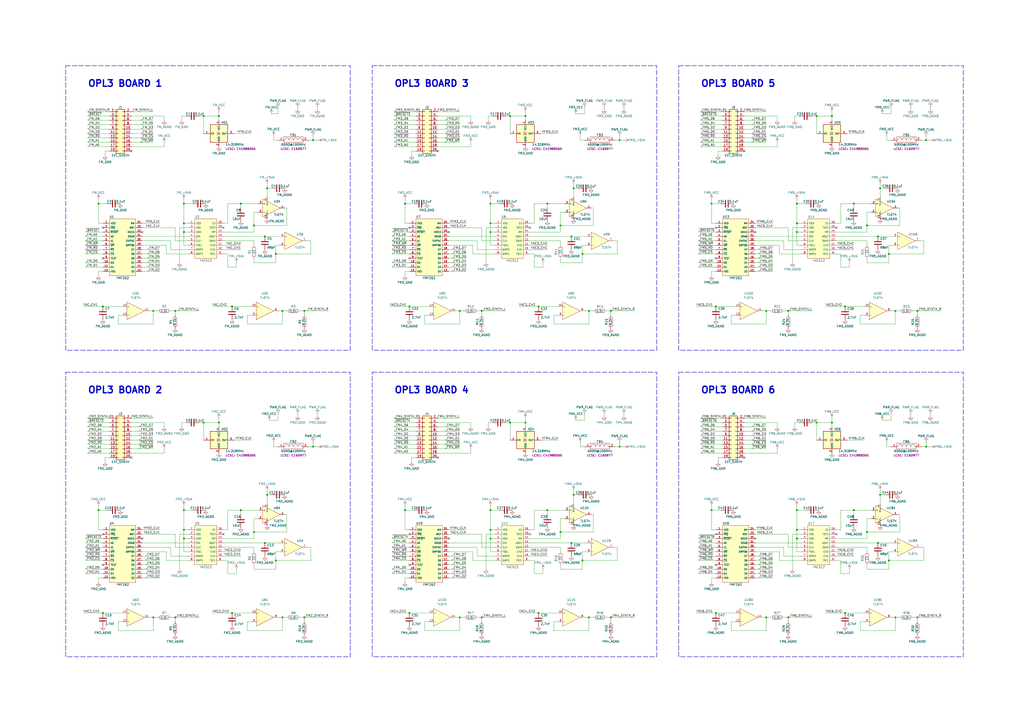
<source format=kicad_sch>
(kicad_sch (version 20231120) (generator "eeschema") (generator_version "8.0")
  (paper "A2")
  (title_block (title "opl3module") (date "2023-10-29") (rev "1.0"))
  (junction (at 354.33 358.14))
  (junction (at 234.95 295.91))
  (junction (at 317.5 118.11))
  (junction (at 532.13 180.34))
  (junction (at 181.61 259.08))
  (junction (at 331.47 314.96))
  (junction (at 153.67 314.96))
  (junction (at 317.5 295.91))
  (junction (at 412.75 295.91))
  (junction (at 482.6 245.11))
  (junction (at 359.41 81.28))
  (junction (at 106.68 307.34))
  (junction (at 515.62 147.32))
  (junction (at 266.7 180.34))
  (junction (at 163.83 358.14))
  (junction (at 341.63 180.34))
  (junction (at 106.68 312.42))
  (junction (at 532.13 358.14))
  (junction (at 510.54 287.02))
  (junction (at 332.74 287.02))
  (junction (at 457.2 180.34))
  (junction (at 284.48 129.54))
  (junction (at 127 67.31))
  (junction (at 412.75 118.11))
  (junction (at 147.32 308.61))
  (junction (at 502.92 130.81))
  (junction (at 106.68 129.54))
  (junction (at 134.62 177.8))
  (junction (at 537.21 259.08))
  (junction (at 515.62 325.12))
  (junction (at 266.7 358.14))
  (junction (at 163.83 180.34))
  (junction (at 415.29 177.8))
  (junction (at 415.29 355.6))
  (junction (at 312.42 177.8))
  (junction (at 331.47 137.16))
  (junction (at 106.68 295.91))
  (junction (at 509.27 137.16))
  (junction (at 284.48 118.11))
  (junction (at 139.7 295.91))
  (junction (at 510.54 109.22))
  (junction (at 462.28 134.62))
  (junction (at 495.3 295.91))
  (junction (at 337.82 325.12))
  (junction (at 359.41 259.08))
  (junction (at 495.3 118.11))
  (junction (at 284.48 134.62))
  (junction (at 160.02 147.32))
  (junction (at 462.28 129.54))
  (junction (at 462.28 118.11))
  (junction (at 325.12 308.61))
  (junction (at 325.12 130.81))
  (junction (at 519.43 358.14))
  (junction (at 88.9 358.14))
  (junction (at 295.91 67.31))
  (junction (at 304.8 245.11))
  (junction (at 118.11 245.11))
  (junction (at 304.8 67.31))
  (junction (at 462.28 312.42))
  (junction (at 147.32 130.81))
  (junction (at 462.28 307.34))
  (junction (at 337.82 147.32))
  (junction (at 101.6 358.14))
  (junction (at 176.53 180.34))
  (junction (at 118.11 67.31))
  (junction (at 176.53 358.14))
  (junction (at 279.4 180.34))
  (junction (at 462.28 295.91))
  (junction (at 473.71 245.11))
  (junction (at 482.6 67.31))
  (junction (at 295.91 245.11))
  (junction (at 341.63 358.14))
  (junction (at 237.49 177.8))
  (junction (at 101.6 180.34))
  (junction (at 519.43 180.34))
  (junction (at 88.9 180.34))
  (junction (at 106.68 134.62))
  (junction (at 59.69 177.8))
  (junction (at 354.33 180.34))
  (junction (at 106.68 118.11))
  (junction (at 457.2 358.14))
  (junction (at 444.5 358.14))
  (junction (at 284.48 295.91))
  (junction (at 237.49 355.6))
  (junction (at 134.62 355.6))
  (junction (at 154.94 287.02))
  (junction (at 139.7 118.11))
  (junction (at 57.15 295.91))
  (junction (at 127 245.11))
  (junction (at 312.42 355.6))
  (junction (at 502.92 308.61))
  (junction (at 234.95 118.11))
  (junction (at 284.48 312.42))
  (junction (at 490.22 177.8))
  (junction (at 57.15 118.11))
  (junction (at 473.71 67.31))
  (junction (at 59.69 355.6))
  (junction (at 181.61 81.28))
  (junction (at 279.4 358.14))
  (junction (at 160.02 325.12))
  (junction (at 509.27 314.96))
  (junction (at 154.94 109.22))
  (junction (at 284.48 307.34))
  (junction (at 444.5 180.34))
  (junction (at 153.67 137.16))
  (junction (at 332.74 109.22))
  (junction (at 537.21 81.28))
  (junction (at 490.22 355.6))
  (no_connect (at 260.35 134.62))
  (no_connect (at 237.49 149.86))
  (no_connect (at 254 265.43))
  (no_connect (at 76.2 265.43))
  (no_connect (at 82.55 312.42))
  (no_connect (at 485.14 309.88))
  (no_connect (at 415.29 327.66))
  (no_connect (at 438.15 312.42))
  (no_connect (at 485.14 132.08))
  (no_connect (at 431.8 265.43))
  (no_connect (at 76.2 87.63))
  (no_connect (at 237.49 132.08))
  (no_connect (at 415.29 149.86))
  (no_connect (at 59.69 132.08))
  (no_connect (at 415.29 132.08))
  (no_connect (at 237.49 309.88))
  (no_connect (at 82.55 134.62))
  (no_connect (at 254 87.63))
  (no_connect (at 129.54 309.88))
  (no_connect (at 307.34 309.88))
  (no_connect (at 59.69 149.86))
  (no_connect (at 415.29 309.88))
  (no_connect (at 237.49 327.66))
  (no_connect (at 129.54 132.08))
  (no_connect (at 59.69 327.66))
  (no_connect (at 307.34 132.08))
  (no_connect (at 431.8 87.63))
  (no_connect (at 260.35 312.42))
  (no_connect (at 438.15 134.62))
  (no_connect (at 59.69 309.88))
  (wire (pts (xy 63.5 262.89) (xy 50.8 262.89)))
  (wire (pts (xy 487.68 325.12) (xy 487.68 332.74)))
  (wire (pts (xy 304.8 67.31) (xy 304.8 69.85)))
  (wire (pts (xy 438.15 142.24) (xy 452.12 142.24)))
  (wire (pts (xy 95.25 245.11) (xy 95.25 247.65)))
  (wire (pts (xy 283.21 67.31) (xy 283.21 69.85)))
  (wire (pts (xy 487.68 118.11) (xy 495.3 118.11)))
  (wire (pts (xy 431.8 85.09) (xy 450.85 85.09)))
  (wire (pts (xy 492.76 330.2) (xy 492.76 332.74)))
  (wire (pts (xy 495.3 118.11) (xy 505.46 118.11)))
  (wire (pts (xy 520.7 298.45) (xy 521.97 298.45)))
  (wire (pts (xy 68.58 360.68) (xy 68.58 365.76)))
  (wire (pts (xy 514.35 78.74) (xy 514.35 81.28)))
  (wire (pts (xy 266.7 257.81) (xy 254 257.81)))
  (wire (pts (xy 274.32 325.12) (xy 287.02 325.12)))
  (wire (pts (xy 337.82 320.04) (xy 340.36 320.04)))
  (wire (pts (xy 88.9 257.81) (xy 76.2 257.81)))
  (wire (pts (xy 241.3 260.35) (xy 228.6 260.35)))
  (wire (pts (xy 358.14 139.7) (xy 355.6 139.7)))
  (wire (pts (xy 532.13 358.14) (xy 532.13 360.68)))
  (wire (pts (xy 88.9 187.96) (xy 88.9 180.34)))
  (wire (pts (xy 99.06 144.78) (xy 109.22 144.78)))
  (wire (pts (xy 502.92 300.99) (xy 505.46 300.99)))
  (wire (pts (xy 285.75 67.31) (xy 283.21 67.31)))
  (wire (pts (xy 473.71 245.11) (xy 482.6 245.11)))
  (wire (pts (xy 248.92 360.68) (xy 246.38 360.68)))
  (wire (pts (xy 490.22 177.8) (xy 501.65 177.8)))
  (wire (pts (xy 104.14 152.4) (xy 104.14 132.08)))
  (wire (pts (xy 260.35 325.12) (xy 270.51 325.12)))
  (wire (pts (xy 485.14 134.62) (xy 502.92 134.62)))
  (wire (pts (xy 160.02 147.32) (xy 160.02 142.24)))
  (wire (pts (xy 519.43 180.34) (xy 516.89 180.34)))
  (wire (pts (xy 279.4 180.34) (xy 293.37 180.34)))
  (wire (pts (xy 129.54 144.78) (xy 139.7 144.78)))
  (wire (pts (xy 99.06 180.34) (xy 101.6 180.34)))
  (wire (pts (xy 341.63 180.34) (xy 339.09 180.34)))
  (wire (pts (xy 487.68 154.94) (xy 492.76 154.94)))
  (wire (pts (xy 501.65 360.68) (xy 499.11 360.68)))
  (wire (pts (xy 181.61 256.54) (xy 181.61 259.08)))
  (wire (pts (xy 129.54 129.54) (xy 132.08 129.54)))
  (wire (pts (xy 307.34 312.42) (xy 325.12 312.42)))
  (wire (pts (xy 160.02 152.4) (xy 160.02 147.32)))
  (wire (pts (xy 491.49 77.47) (xy 501.65 77.47)))
  (wire (pts (xy 502.92 130.81) (xy 521.97 130.81)))
  (wire (pts (xy 76.2 85.09) (xy 95.25 85.09)))
  (wire (pts (xy 82.55 320.04) (xy 96.52 320.04)))
  (wire (pts (xy 337.82 330.2) (xy 337.82 325.12)))
  (wire (pts (xy 57.15 295.91) (xy 62.23 295.91)))
  (wire (pts (xy 307.34 322.58) (xy 317.5 322.58)))
  (wire (pts (xy 502.92 308.61) (xy 521.97 308.61)))
  (wire (pts (xy 266.7 77.47) (xy 254 77.47)))
  (wire (pts (xy 317.5 298.45) (xy 317.5 295.91)))
  (wire (pts (xy 403.86 177.8) (xy 415.29 177.8)))
  (wire (pts (xy 241.3 247.65) (xy 228.6 247.65)))
  (wire (pts (xy 49.53 147.32) (xy 59.69 147.32)))
  (wire (pts (xy 419.1 250.19) (xy 406.4 250.19)))
  (wire (pts (xy 109.22 320.04) (xy 106.68 320.04)))
  (wire (pts (xy 313.69 77.47) (xy 323.85 77.47)))
  (wire (pts (xy 502.92 123.19) (xy 505.46 123.19)))
  (wire (pts (xy 49.53 332.74) (xy 59.69 332.74)))
  (wire (pts (xy 234.95 118.11) (xy 240.03 118.11)))
  (wire (pts (xy 234.95 335.28) (xy 234.95 337.82)))
  (wire (pts (xy 254 64.77) (xy 266.7 64.77)))
  (wire (pts (xy 462.28 293.37) (xy 462.28 295.91)))
  (wire (pts (xy 515.62 325.12) (xy 535.94 325.12)))
  (wire (pts (xy 88.9 180.34) (xy 86.36 180.34)))
  (wire (pts (xy 147.32 123.19) (xy 147.32 130.81)))
  (wire (pts (xy 227.33 147.32) (xy 237.49 147.32)))
  (wire (pts (xy 535.94 147.32) (xy 535.94 139.7)))
  (wire (pts (xy 63.5 255.27) (xy 50.8 255.27)))
  (wire (pts (xy 491.49 255.27) (xy 501.65 255.27)))
  (wire (pts (xy 459.74 152.4) (xy 459.74 132.08)))
  (wire (pts (xy 471.17 245.11) (xy 473.71 245.11)))
  (wire (pts (xy 76.2 67.31) (xy 95.25 67.31)))
  (wire (pts (xy 454.66 180.34) (xy 457.2 180.34)))
  (wire (pts (xy 63.5 87.63) (xy 60.96 87.63)))
  (wire (pts (xy 462.28 320.04) (xy 462.28 312.42)))
  (wire (pts (xy 143.51 365.76) (xy 163.83 365.76)))
  (wire (pts (xy 321.31 187.96) (xy 341.63 187.96)))
  (wire (pts (xy 266.7 180.34) (xy 264.16 180.34)))
  (wire (pts (xy 82.55 139.7) (xy 99.06 139.7)))
  (wire (pts (xy 464.82 320.04) (xy 462.28 320.04)))
  (wire (pts (xy 406.4 242.57) (xy 419.1 242.57)))
  (wire (pts (xy 273.05 245.11) (xy 273.05 247.65)))
  (wire (pts (xy 106.68 293.37) (xy 106.68 295.91)))
  (wire (pts (xy 361.95 240.03) (xy 361.95 241.3)))
  (wire (pts (xy 273.05 67.31) (xy 273.05 69.85)))
  (wire (pts (xy 325.12 152.4) (xy 337.82 152.4)))
  (wire (pts (xy 153.67 137.16) (xy 162.56 137.16)))
  (wire (pts (xy 107.95 245.11) (xy 105.41 245.11)))
  (wire (pts (xy 325.12 130.81) (xy 325.12 134.62)))
  (wire (pts (xy 88.9 255.27) (xy 76.2 255.27)))
  (wire (pts (xy 495.3 298.45) (xy 495.3 295.91)))
  (wire (pts (xy 104.14 132.08) (xy 109.22 132.08)))
  (wire (pts (xy 405.13 332.74) (xy 415.29 332.74)))
  (wire (pts (xy 63.5 77.47) (xy 50.8 77.47)))
  (wire (pts (xy 118.11 67.31) (xy 127 67.31)))
  (wire (pts (xy 325.12 317.5) (xy 325.12 320.04)))
  (wire (pts (xy 438.15 149.86) (xy 448.31 149.86)))
  (wire (pts (xy 106.68 142.24) (xy 106.68 134.62)))
  (wire (pts (xy 485.14 325.12) (xy 487.68 325.12)))
  (wire (pts (xy 513.08 287.02) (xy 510.54 287.02)))
  (wire (pts (xy 273.05 260.35) (xy 273.05 262.89)))
  (wire (pts (xy 129.54 139.7) (xy 147.32 139.7)))
  (wire (pts (xy 487.68 295.91) (xy 495.3 295.91)))
  (wire (pts (xy 63.5 69.85) (xy 50.8 69.85)))
  (wire (pts (xy 63.5 74.93) (xy 50.8 74.93)))
  (wire (pts (xy 181.61 259.08) (xy 184.15 259.08)))
  (wire (pts (xy 147.32 300.99) (xy 147.32 308.61)))
  (wire (pts (xy 82.55 335.28) (xy 92.71 335.28)))
  (wire (pts (xy 226.06 355.6) (xy 237.49 355.6)))
  (wire (pts (xy 109.22 134.62) (xy 106.68 134.62)))
  (wire (pts (xy 478.79 177.8) (xy 490.22 177.8)))
  (wire (pts (xy 337.82 147.32) (xy 358.14 147.32)))
  (wire (pts (xy 307.34 137.16) (xy 331.47 137.16)))
  (wire (pts (xy 146.05 360.68) (xy 143.51 360.68)))
  (wire (pts (xy 227.33 320.04) (xy 237.49 320.04)))
  (wire (pts (xy 452.12 147.32) (xy 464.82 147.32)))
  (wire (pts (xy 444.5 80.01) (xy 431.8 80.01)))
  (wire (pts (xy 227.33 330.2) (xy 237.49 330.2)))
  (wire (pts (xy 101.6 132.08) (xy 101.6 139.7)))
  (wire (pts (xy 241.3 77.47) (xy 228.6 77.47)))
  (wire (pts (xy 502.92 123.19) (xy 502.92 130.81)))
  (wire (pts (xy 266.7 80.01) (xy 254 80.01)))
  (wire (pts (xy 227.33 139.7) (xy 237.49 139.7)))
  (wire (pts (xy 459.74 330.2) (xy 459.74 309.88)))
  (wire (pts (xy 339.09 259.08) (xy 336.55 259.08)))
  (wire (pts (xy 266.7 365.76) (xy 266.7 358.14)))
  (wire (pts (xy 237.49 355.6) (xy 248.92 355.6)))
  (wire (pts (xy 99.06 322.58) (xy 109.22 322.58)))
  (wire (pts (xy 444.5 252.73) (xy 431.8 252.73)))
  (wire (pts (xy 154.94 106.68) (xy 154.94 109.22)))
  (wire (pts (xy 63.5 260.35) (xy 50.8 260.35)))
  (wire (pts (xy 176.53 180.34) (xy 190.5 180.34)))
  (wire (pts (xy 405.13 134.62) (xy 415.29 134.62)))
  (wire (pts (xy 234.95 118.11) (xy 234.95 129.54)))
  (wire (pts (xy 88.9 358.14) (xy 86.36 358.14)))
  (wire (pts (xy 106.68 134.62) (xy 106.68 129.54)))
  (wire (pts (xy 293.37 67.31) (xy 295.91 67.31)))
  (wire (pts (xy 82.55 330.2) (xy 92.71 330.2)))
  (wire (pts (xy 309.88 118.11) (xy 317.5 118.11)))
  (wire (pts (xy 444.5 260.35) (xy 431.8 260.35)))
  (wire (pts (xy 234.95 115.57) (xy 234.95 118.11)))
  (wire (pts (xy 510.54 284.48) (xy 510.54 287.02)))
  (wire (pts (xy 279.4 309.88) (xy 279.4 317.5)))
  (wire (pts (xy 266.7 260.35) (xy 254 260.35)))
  (wire (pts (xy 337.82 152.4) (xy 337.82 147.32)))
  (wire (pts (xy 241.3 72.39) (xy 228.6 72.39)))
  (wire (pts (xy 227.33 137.16) (xy 237.49 137.16)))
  (wire (pts (xy 532.13 180.34) (xy 546.1 180.34)))
  (wire (pts (xy 281.94 152.4) (xy 281.94 132.08)))
  (wire (pts (xy 82.55 132.08) (xy 101.6 132.08)))
  (wire (pts (xy 462.28 118.11) (xy 462.28 129.54)))
  (wire (pts (xy 176.53 180.34) (xy 176.53 182.88)))
  (wire (pts (xy 438.15 332.74) (xy 448.31 332.74)))
  (wire (pts (xy 325.12 300.99) (xy 325.12 308.61)))
  (wire (pts (xy 82.55 152.4) (xy 92.71 152.4)))
  (wire (pts (xy 284.48 312.42) (xy 284.48 307.34)))
  (wire (pts (xy 228.6 242.57) (xy 241.3 242.57)))
  (wire (pts (xy 284.48 118.11) (xy 284.48 129.54)))
  (wire (pts (xy 63.5 80.01) (xy 50.8 80.01)))
  (wire (pts (xy 438.15 137.16) (xy 464.82 137.16)))
  (wire (pts (xy 260.35 149.86) (xy 270.51 149.86)))
  (wire (pts (xy 304.8 64.77) (xy 304.8 67.31)))
  (wire (pts (xy 535.94 317.5) (xy 533.4 317.5)))
  (wire (pts (xy 129.54 314.96) (xy 153.67 314.96)))
  (wire (pts (xy 485.14 317.5) (xy 502.92 317.5)))
  (wire (pts (xy 95.25 260.35) (xy 95.25 262.89)))
  (wire (pts (xy 485.14 312.42) (xy 502.92 312.42)))
  (wire (pts (xy 487.68 332.74) (xy 492.76 332.74)))
  (wire (pts (xy 254 242.57) (xy 266.7 242.57)))
  (wire (pts (xy 88.9 252.73) (xy 76.2 252.73)))
  (wire (pts (xy 424.18 187.96) (xy 444.5 187.96)))
  (wire (pts (xy 147.32 152.4) (xy 160.02 152.4)))
  (wire (pts (xy 351.79 358.14) (xy 354.33 358.14)))
  (wire (pts (xy 341.63 180.34) (xy 344.17 180.34)))
  (wire (pts (xy 146.05 182.88) (xy 143.51 182.88)))
  (wire (pts (xy 274.32 142.24) (xy 274.32 147.32)))
  (wire (pts (xy 260.35 132.08) (xy 279.4 132.08)))
  (wire (pts (xy 134.62 355.6) (xy 146.05 355.6)))
  (wire (pts (xy 464.82 142.24) (xy 462.28 142.24)))
  (wire (pts (xy 502.92 300.99) (xy 502.92 308.61)))
  (wire (pts (xy 227.33 152.4) (xy 237.49 152.4)))
  (wire (pts (xy 307.34 147.32) (xy 309.88 147.32)))
  (wire (pts (xy 279.4 358.14) (xy 279.4 360.68)))
  (wire (pts (xy 50.8 245.11) (xy 63.5 245.11)))
  (wire (pts (xy 276.86 317.5) (xy 276.86 322.58)))
  (wire (pts (xy 307.34 134.62) (xy 325.12 134.62)))
  (wire (pts (xy 457.2 358.14) (xy 471.17 358.14)))
  (wire (pts (xy 482.6 64.77) (xy 482.6 67.31)))
  (wire (pts (xy 519.43 358.14) (xy 516.89 358.14)))
  (wire (pts (xy 118.11 67.31) (xy 118.11 77.47)))
  (wire (pts (xy 260.35 327.66) (xy 270.51 327.66)))
  (wire (pts (xy 57.15 157.48) (xy 57.15 160.02)))
  (wire (pts (xy 82.55 137.16) (xy 109.22 137.16)))
  (wire (pts (xy 92.71 144.78) (xy 82.55 144.78)))
  (wire (pts (xy 227.33 312.42) (xy 237.49 312.42)))
  (wire (pts (xy 492.76 152.4) (xy 492.76 154.94)))
  (wire (pts (xy 101.6 317.5) (xy 109.22 317.5)))
  (wire (pts (xy 95.25 67.31) (xy 95.25 69.85)))
  (wire (pts (xy 309.88 325.12) (xy 309.88 332.74)))
  (wire (pts (xy 307.34 139.7) (xy 325.12 139.7)))
  (wire (pts (xy 405.13 142.24) (xy 415.29 142.24)))
  (wire (pts (xy 419.1 85.09) (xy 406.4 85.09)))
  (wire (pts (xy 534.67 81.28) (xy 537.21 81.28)))
  (wire (pts (xy 254 85.09) (xy 273.05 85.09)))
  (wire (pts (xy 307.34 314.96) (xy 331.47 314.96)))
  (wire (pts (xy 276.86 322.58) (xy 287.02 322.58)))
  (wire (pts (xy 341.63 365.76) (xy 341.63 358.14)))
  (wire (pts (xy 405.13 152.4) (xy 415.29 152.4)))
  (wire (pts (xy 260.35 129.54) (xy 270.51 129.54)))
  (wire (pts (xy 57.15 118.11) (xy 57.15 129.54)))
  (wire (pts (xy 82.55 157.48) (xy 92.71 157.48)))
  (wire (pts (xy 50.8 67.31) (xy 63.5 67.31)))
  (wire (pts (xy 295.91 67.31) (xy 304.8 67.31)))
  (wire (pts (xy 101.6 358.14) (xy 115.57 358.14)))
  (wire (pts (xy 76.2 245.11) (xy 95.25 245.11)))
  (wire (pts (xy 160.02 325.12) (xy 180.34 325.12)))
  (wire (pts (xy 135.89 77.47) (xy 146.05 77.47)))
  (wire (pts (xy 499.11 360.68) (xy 499.11 365.76)))
  (wire (pts (xy 157.48 66.04) (xy 161.29 66.04)))
  (wire (pts (xy 106.68 295.91) (xy 111.76 295.91)))
  (wire (pts (xy 48.26 355.6) (xy 59.69 355.6)))
  (wire (pts (xy 539.75 240.03) (xy 539.75 241.3)))
  (wire (pts (xy 325.12 308.61) (xy 344.17 308.61)))
  (wire (pts (xy 405.13 312.42) (xy 415.29 312.42)))
  (wire (pts (xy 101.6 309.88) (xy 101.6 317.5)))
  (wire (pts (xy 88.9 365.76) (xy 88.9 358.14)))
  (wire (pts (xy 307.34 325.12) (xy 309.88 325.12)))
  (wire (pts (xy 241.3 262.89) (xy 228.6 262.89)))
  (wire (pts (xy 96.52 325.12) (xy 109.22 325.12)))
  (wire (pts (xy 254 67.31) (xy 273.05 67.31)))
  (wire (pts (xy 106.68 118.11) (xy 111.76 118.11)))
  (wire (pts (xy 88.9 69.85) (xy 76.2 69.85)))
  (wire (pts (xy 438.15 157.48) (xy 448.31 157.48)))
  (wire (pts (xy 325.12 327.66) (xy 325.12 330.2)))
  (wire (pts (xy 520.7 120.65) (xy 521.97 120.65)))
  (wire (pts (xy 521.97 298.45) (xy 521.97 308.61)))
  (wire (pts (xy 227.33 142.24) (xy 237.49 142.24)))
  (wire (pts (xy 49.53 152.4) (xy 59.69 152.4)))
  (wire (pts (xy 49.53 154.94) (xy 59.69 154.94)))
  (wire (pts (xy 82.55 309.88) (xy 101.6 309.88)))
  (wire (pts (xy 287.02 312.42) (xy 284.48 312.42)))
  (wire (pts (xy 82.55 307.34) (xy 92.71 307.34)))
  (wire (pts (xy 412.75 335.28) (xy 412.75 337.82)))
  (wire (pts (xy 106.68 129.54) (xy 109.22 129.54)))
  (wire (pts (xy 462.28 312.42) (xy 462.28 307.34)))
  (wire (pts (xy 163.83 358.14) (xy 166.37 358.14)))
  (wire (pts (xy 82.55 154.94) (xy 92.71 154.94)))
  (wire (pts (xy 485.14 144.78) (xy 495.3 144.78)))
  (wire (pts (xy 59.69 335.28) (xy 57.15 335.28)))
  (wire (pts (xy 438.15 132.08) (xy 457.2 132.08)))
  (wire (pts (xy 115.57 67.31) (xy 118.11 67.31)))
  (wire (pts (xy 516.89 259.08) (xy 514.35 259.08)))
  (wire (pts (xy 358.14 317.5) (xy 355.6 317.5)))
  (wire (pts (xy 462.28 115.57) (xy 462.28 118.11)))
  (wire (pts (xy 359.41 81.28) (xy 361.95 81.28)))
  (wire (pts (xy 132.08 154.94) (xy 137.16 154.94)))
  (wire (pts (xy 139.7 295.91) (xy 149.86 295.91)))
  (wire (pts (xy 471.17 67.31) (xy 473.71 67.31)))
  (wire (pts (xy 68.58 365.76) (xy 88.9 365.76)))
  (wire (pts (xy 516.89 81.28) (xy 514.35 81.28)))
  (wire (pts (xy 431.8 67.31) (xy 450.85 67.31)))
  (wire (pts (xy 502.92 149.86) (xy 502.92 152.4)))
  (wire (pts (xy 105.41 245.11) (xy 105.41 247.65)))
  (wire (pts (xy 118.11 245.11) (xy 127 245.11)))
  (wire (pts (xy 129.54 312.42) (xy 147.32 312.42)))
  (wire (pts (xy 179.07 81.28) (xy 181.61 81.28)))
  (wire (pts (xy 163.83 180.34) (xy 161.29 180.34)))
  (wire (pts (xy 448.31 322.58) (xy 438.15 322.58)))
  (wire (pts (xy 49.53 320.04) (xy 59.69 320.04)))
  (wire (pts (xy 325.12 130.81) (xy 344.17 130.81)))
  (wire (pts (xy 106.68 118.11) (xy 106.68 129.54)))
  (wire (pts (xy 246.38 365.76) (xy 266.7 365.76)))
  (wire (pts (xy 161.29 259.08) (xy 158.75 259.08)))
  (wire (pts (xy 106.68 312.42) (xy 106.68 307.34)))
  (wire (pts (xy 325.12 300.99) (xy 327.66 300.99)))
  (wire (pts (xy 405.13 322.58) (xy 415.29 322.58)))
  (wire (pts (xy 406.4 245.11) (xy 419.1 245.11)))
  (wire (pts (xy 63.5 265.43) (xy 60.96 265.43)))
  (wire (pts (xy 57.15 293.37) (xy 57.15 295.91)))
  (wire (pts (xy 485.14 147.32) (xy 487.68 147.32)))
  (wire (pts (xy 510.54 109.22) (xy 510.54 114.3)))
  (wire (pts (xy 534.67 259.08) (xy 537.21 259.08)))
  (wire (pts (xy 510.54 287.02) (xy 510.54 292.1)))
  (wire (pts (xy 444.5 82.55) (xy 431.8 82.55)))
  (wire (pts (xy 157.48 109.22) (xy 154.94 109.22)))
  (wire (pts (xy 416.56 87.63) (xy 416.56 90.17)))
  (wire (pts (xy 237.49 177.8) (xy 248.92 177.8)))
  (wire (pts (xy 419.1 82.55) (xy 406.4 82.55)))
  (wire (pts (xy 279.4 317.5) (xy 287.02 317.5)))
  (wire (pts (xy 485.14 314.96) (xy 509.27 314.96)))
  (wire (pts (xy 358.14 325.12) (xy 358.14 317.5)))
  (wire (pts (xy 260.35 152.4) (xy 270.51 152.4)))
  (wire (pts (xy 461.01 67.31) (xy 461.01 69.85)))
  (wire (pts (xy 181.61 81.28) (xy 184.15 81.28)))
  (wire (pts (xy 154.94 109.22) (xy 154.94 114.3)))
  (wire (pts (xy 287.02 142.24) (xy 284.48 142.24)))
  (wire (pts (xy 405.13 137.16) (xy 415.29 137.16)))
  (wire (pts (xy 57.15 115.57) (xy 57.15 118.11)))
  (wire (pts (xy 295.91 67.31) (xy 295.91 77.47)))
  (wire (pts (xy 82.55 332.74) (xy 92.71 332.74)))
  (wire (pts (xy 444.5 180.34) (xy 441.96 180.34)))
  (wire (pts (xy 438.15 129.54) (xy 448.31 129.54)))
  (wire (pts (xy 406.4 67.31) (xy 419.1 67.31)))
  (wire (pts (xy 137.16 152.4) (xy 137.16 154.94)))
  (wire (pts (xy 105.41 67.31) (xy 105.41 69.85)))
  (wire (pts (xy 129.54 137.16) (xy 153.67 137.16)))
  (wire (pts (xy 88.9 260.35) (xy 76.2 260.35)))
  (wire (pts (xy 284.48 295.91) (xy 289.56 295.91)))
  (wire (pts (xy 412.75 118.11) (xy 417.83 118.11)))
  (wire (pts (xy 157.48 287.02) (xy 154.94 287.02)))
  (wire (pts (xy 82.55 317.5) (xy 99.06 317.5)))
  (wire (pts (xy 444.5 358.14) (xy 441.96 358.14)))
  (wire (pts (xy 426.72 182.88) (xy 424.18 182.88)))
  (wire (pts (xy 234.95 295.91) (xy 234.95 307.34)))
  (wire (pts (xy 462.28 295.91) (xy 462.28 307.34)))
  (wire (pts (xy 281.94 309.88) (xy 287.02 309.88)))
  (wire (pts (xy 234.95 157.48) (xy 234.95 160.02)))
  (wire (pts (xy 312.42 177.8) (xy 323.85 177.8)))
  (wire (pts (xy 444.5 187.96) (xy 444.5 180.34)))
  (wire (pts (xy 325.12 139.7) (xy 325.12 142.24)))
  (wire (pts (xy 109.22 312.42) (xy 106.68 312.42)))
  (wire (pts (xy 134.62 177.8) (xy 146.05 177.8)))
  (wire (pts (xy 99.06 358.14) (xy 101.6 358.14)))
  (wire (pts (xy 127 245.11) (xy 127 247.65)))
  (wire (pts (xy 509.27 314.96) (xy 518.16 314.96)))
  (wire (pts (xy 312.42 355.6) (xy 323.85 355.6)))
  (wire (pts (xy 444.5 255.27) (xy 431.8 255.27)))
  (wire (pts (xy 419.1 72.39) (xy 406.4 72.39)))
  (wire (pts (xy 246.38 182.88) (xy 246.38 187.96)))
  (wire (pts (xy 106.68 295.91) (xy 106.68 307.34)))
  (wire (pts (xy 537.21 81.28) (xy 539.75 81.28)))
  (wire (pts (xy 147.32 308.61) (xy 147.32 312.42)))
  (wire (pts (xy 403.86 355.6) (xy 415.29 355.6)))
  (wire (pts (xy 237.49 157.48) (xy 234.95 157.48)))
  (wire (pts (xy 88.9 72.39) (xy 76.2 72.39)))
  (wire (pts (xy 106.68 115.57) (xy 106.68 118.11)))
  (wire (pts (xy 438.15 309.88) (xy 457.2 309.88)))
  (wire (pts (xy 241.3 80.01) (xy 228.6 80.01)))
  (wire (pts (xy 88.9 82.55) (xy 76.2 82.55)))
  (wire (pts (xy 50.8 64.77) (xy 63.5 64.77)))
  (wire (pts (xy 454.66 144.78) (xy 464.82 144.78)))
  (wire (pts (xy 535.94 325.12) (xy 535.94 317.5)))
  (wire (pts (xy 424.18 360.68) (xy 424.18 365.76)))
  (wire (pts (xy 49.53 134.62) (xy 59.69 134.62)))
  (wire (pts (xy 405.13 314.96) (xy 415.29 314.96)))
  (wire (pts (xy 332.74 109.22) (xy 332.74 114.3)))
  (wire (pts (xy 444.5 247.65) (xy 431.8 247.65)))
  (wire (pts (xy 143.51 360.68) (xy 143.51 365.76)))
  (wire (pts (xy 158.75 78.74) (xy 158.75 81.28)))
  (wire (pts (xy 172.72 62.23) (xy 172.72 63.5)))
  (wire (pts (xy 49.53 312.42) (xy 59.69 312.42)))
  (wire (pts (xy 309.88 154.94) (xy 314.96 154.94)))
  (wire (pts (xy 283.21 245.11) (xy 283.21 247.65)))
  (wire (pts (xy 323.85 182.88) (xy 321.31 182.88)))
  (wire (pts (xy 101.6 180.34) (xy 115.57 180.34)))
  (wire (pts (xy 96.52 320.04) (xy 96.52 325.12)))
  (wire (pts (xy 266.7 180.34) (xy 269.24 180.34)))
  (wire (pts (xy 317.5 118.11) (xy 327.66 118.11)))
  (wire (pts (xy 132.08 325.12) (xy 132.08 332.74)))
  (wire (pts (xy 334.01 243.84) (xy 339.09 243.84)))
  (wire (pts (xy 457.2 317.5) (xy 464.82 317.5)))
  (wire (pts (xy 529.59 358.14) (xy 532.13 358.14)))
  (wire (pts (xy 270.51 144.78) (xy 260.35 144.78)))
  (wire (pts (xy 424.18 365.76) (xy 444.5 365.76)))
  (wire (pts (xy 502.92 152.4) (xy 515.62 152.4)))
  (wire (pts (xy 129.54 320.04) (xy 139.7 320.04)))
  (wire (pts (xy 49.53 139.7) (xy 59.69 139.7)))
  (wire (pts (xy 160.02 320.04) (xy 162.56 320.04)))
  (wire (pts (xy 246.38 187.96) (xy 266.7 187.96)))
  (wire (pts (xy 325.12 308.61) (xy 325.12 312.42)))
  (wire (pts (xy 438.15 317.5) (xy 454.66 317.5)))
  (wire (pts (xy 438.15 147.32) (xy 448.31 147.32)))
  (wire (pts (xy 307.34 144.78) (xy 317.5 144.78)))
  (wire (pts (xy 431.8 262.89) (xy 450.85 262.89)))
  (wire (pts (xy 452.12 142.24) (xy 452.12 147.32)))
  (wire (pts (xy 339.09 66.04) (xy 339.09 62.23)))
  (wire (pts (xy 412.75 295.91) (xy 417.83 295.91)))
  (wire (pts (xy 129.54 325.12) (xy 132.08 325.12)))
  (wire (pts (xy 419.1 262.89) (xy 406.4 262.89)))
  (wire (pts (xy 537.21 259.08) (xy 539.75 259.08)))
  (wire (pts (xy 226.06 177.8) (xy 237.49 177.8)))
  (wire (pts (xy 281.94 132.08) (xy 287.02 132.08)))
  (wire (pts (xy 260.35 137.16) (xy 287.02 137.16)))
  (wire (pts (xy 76.2 64.77) (xy 88.9 64.77)))
  (wire (pts (xy 241.3 87.63) (xy 238.76 87.63)))
  (wire (pts (xy 284.48 307.34) (xy 287.02 307.34)))
  (wire (pts (xy 137.16 330.2) (xy 137.16 332.74)))
  (wire (pts (xy 325.12 123.19) (xy 327.66 123.19)))
  (wire (pts (xy 419.1 77.47) (xy 406.4 77.47)))
  (wire (pts (xy 147.32 317.5) (xy 147.32 320.04)))
  (wire (pts (xy 227.33 144.78) (xy 237.49 144.78)))
  (wire (pts (xy 438.15 335.28) (xy 448.31 335.28)))
  (wire (pts (xy 154.94 287.02) (xy 154.94 292.1)))
  (wire (pts (xy 241.3 82.55) (xy 228.6 82.55)))
  (wire (pts (xy 48.26 177.8) (xy 59.69 177.8)))
  (wire (pts (xy 284.48 134.62) (xy 284.48 129.54)))
  (wire (pts (xy 537.21 256.54) (xy 537.21 259.08)))
  (wire (pts (xy 132.08 118.11) (xy 139.7 118.11)))
  (wire (pts (xy 444.5 257.81) (xy 431.8 257.81)))
  (wire (pts (xy 228.6 64.77) (xy 241.3 64.77)))
  (wire (pts (xy 139.7 298.45) (xy 139.7 295.91)))
  (wire (pts (xy 485.14 142.24) (xy 495.3 142.24)))
  (wire (pts (xy 344.17 298.45) (xy 344.17 308.61)))
  (wire (pts (xy 284.48 295.91) (xy 284.48 307.34)))
  (wire (pts (xy 234.95 307.34) (xy 237.49 307.34)))
  (wire (pts (xy 279.4 132.08) (xy 279.4 139.7)))
  (wire (pts (xy 132.08 307.34) (xy 132.08 295.91)))
  (wire (pts (xy 309.88 147.32) (xy 309.88 154.94)))
  (wire (pts (xy 63.5 257.81) (xy 50.8 257.81)))
  (wire (pts (xy 463.55 67.31) (xy 461.01 67.31)))
  (wire (pts (xy 60.96 265.43) (xy 60.96 267.97)))
  (wire (pts (xy 515.62 147.32) (xy 515.62 142.24)))
  (wire (pts (xy 406.4 64.77) (xy 419.1 64.77)))
  (wire (pts (xy 341.63 187.96) (xy 341.63 180.34)))
  (wire (pts (xy 510.54 106.68) (xy 510.54 109.22)))
  (wire (pts (xy 354.33 358.14) (xy 368.3 358.14)))
  (wire (pts (xy 227.33 325.12) (xy 237.49 325.12)))
  (wire (pts (xy 419.1 265.43) (xy 416.56 265.43)))
  (wire (pts (xy 457.2 132.08) (xy 457.2 139.7)))
  (wire (pts (xy 464.82 312.42) (xy 462.28 312.42)))
  (wire (pts (xy 234.95 293.37) (xy 234.95 295.91)))
  (wire (pts (xy 254 262.89) (xy 273.05 262.89)))
  (wire (pts (xy 356.87 259.08) (xy 359.41 259.08)))
  (wire (pts (xy 82.55 325.12) (xy 92.71 325.12)))
  (wire (pts (xy 307.34 317.5) (xy 325.12 317.5)))
  (wire (pts (xy 82.55 314.96) (xy 109.22 314.96)))
  (wire (pts (xy 485.14 307.34) (xy 487.68 307.34)))
  (wire (pts (xy 515.62 142.24) (xy 518.16 142.24)))
  (wire (pts (xy 147.32 123.19) (xy 149.86 123.19)))
  (wire (pts (xy 228.6 67.31) (xy 241.3 67.31)))
  (wire (pts (xy 309.88 307.34) (xy 309.88 295.91)))
  (wire (pts (xy 241.3 252.73) (xy 228.6 252.73)))
  (wire (pts (xy 96.52 147.32) (xy 109.22 147.32)))
  (wire (pts (xy 241.3 265.43) (xy 238.76 265.43)))
  (wire (pts (xy 147.32 308.61) (xy 166.37 308.61)))
  (wire (pts (xy 459.74 309.88) (xy 464.82 309.88)))
  (wire (pts (xy 359.41 259.08) (xy 361.95 259.08)))
  (wire (pts (xy 96.52 142.24) (xy 96.52 147.32)))
  (wire (pts (xy 354.33 358.14) (xy 354.33 360.68)))
  (wire (pts (xy 156.21 243.84) (xy 161.29 243.84)))
  (wire (pts (xy 237.49 335.28) (xy 234.95 335.28)))
  (wire (pts (xy 359.41 256.54) (xy 359.41 259.08)))
  (wire (pts (xy 63.5 82.55) (xy 50.8 82.55)))
  (wire (pts (xy 321.31 360.68) (xy 321.31 365.76)))
  (wire (pts (xy 284.48 129.54) (xy 287.02 129.54)))
  (wire (pts (xy 260.35 330.2) (xy 270.51 330.2)))
  (wire (pts (xy 448.31 144.78) (xy 438.15 144.78)))
  (wire (pts (xy 163.83 358.14) (xy 161.29 358.14)))
  (wire (pts (xy 227.33 317.5) (xy 237.49 317.5)))
  (wire (pts (xy 266.7 187.96) (xy 266.7 180.34)))
  (wire (pts (xy 342.9 120.65) (xy 344.17 120.65)))
  (wire (pts (xy 509.27 137.16) (xy 518.16 137.16)))
  (wire (pts (xy 490.22 355.6) (xy 501.65 355.6)))
  (wire (pts (xy 147.32 327.66) (xy 147.32 330.2)))
  (wire (pts (xy 76.2 242.57) (xy 88.9 242.57)))
  (wire (pts (xy 419.1 252.73) (xy 406.4 252.73)))
  (wire (pts (xy 147.32 139.7) (xy 147.32 142.24)))
  (wire (pts (xy 276.86 139.7) (xy 276.86 144.78)))
  (wire (pts (xy 487.68 147.32) (xy 487.68 154.94)))
  (wire (pts (xy 266.7 358.14) (xy 269.24 358.14)))
  (wire (pts (xy 88.9 77.47) (xy 76.2 77.47)))
  (wire (pts (xy 284.48 142.24) (xy 284.48 134.62)))
  (wire (pts (xy 502.92 317.5) (xy 502.92 320.04)))
  (wire (pts (xy 295.91 245.11) (xy 295.91 255.27)))
  (wire (pts (xy 238.76 265.43) (xy 238.76 267.97)))
  (wire (pts (xy 147.32 130.81) (xy 166.37 130.81)))
  (wire (pts (xy 309.88 332.74) (xy 314.96 332.74)))
  (wire (pts (xy 129.54 322.58) (xy 139.7 322.58)))
  (wire (pts (xy 49.53 144.78) (xy 59.69 144.78)))
  (wire (pts (xy 419.1 74.93) (xy 406.4 74.93)))
  (wire (pts (xy 92.71 322.58) (xy 82.55 322.58)))
  (wire (pts (xy 438.15 325.12) (xy 448.31 325.12)))
  (wire (pts (xy 57.15 118.11) (xy 62.23 118.11)))
  (wire (pts (xy 519.43 187.96) (xy 519.43 180.34)))
  (wire (pts (xy 132.08 129.54) (xy 132.08 118.11)))
  (wire (pts (xy 426.72 360.68) (xy 424.18 360.68)))
  (wire (pts (xy 444.5 250.19) (xy 431.8 250.19)))
  (wire (pts (xy 412.75 295.91) (xy 412.75 307.34)))
  (wire (pts (xy 241.3 255.27) (xy 228.6 255.27)))
  (wire (pts (xy 444.5 358.14) (xy 447.04 358.14)))
  (wire (pts (xy 180.34 147.32) (xy 180.34 139.7)))
  (wire (pts (xy 266.7 255.27) (xy 254 255.27)))
  (wire (pts (xy 129.54 147.32) (xy 132.08 147.32)))
  (wire (pts (xy 361.95 62.23) (xy 361.95 63.5)))
  (wire (pts (xy 454.66 322.58) (xy 464.82 322.58)))
  (wire (pts (xy 161.29 243.84) (xy 161.29 240.03)))
  (wire (pts (xy 165.1 298.45) (xy 166.37 298.45)))
  (wire (pts (xy 139.7 120.65) (xy 139.7 118.11)))
  (wire (pts (xy 339.09 243.84) (xy 339.09 240.03)))
  (wire (pts (xy 129.54 317.5) (xy 147.32 317.5)))
  (wire (pts (xy 160.02 142.24) (xy 162.56 142.24)))
  (wire (pts (xy 284.48 320.04) (xy 284.48 312.42)))
  (wire (pts (xy 287.02 320.04) (xy 284.48 320.04)))
  (wire (pts (xy 511.81 243.84) (xy 516.89 243.84)))
  (wire (pts (xy 101.6 180.34) (xy 101.6 182.88)))
  (wire (pts (xy 528.32 62.23) (xy 528.32 63.5)))
  (wire (pts (xy 419.1 260.35) (xy 406.4 260.35)))
  (wire (pts (xy 180.34 139.7) (xy 177.8 139.7)))
  (wire (pts (xy 59.69 157.48) (xy 57.15 157.48)))
  (wire (pts (xy 276.86 180.34) (xy 279.4 180.34)))
  (wire (pts (xy 260.35 157.48) (xy 270.51 157.48)))
  (wire (pts (xy 143.51 187.96) (xy 163.83 187.96)))
  (wire (pts (xy 266.7 252.73) (xy 254 252.73)))
  (wire (pts (xy 339.09 81.28) (xy 336.55 81.28)))
  (wire (pts (xy 49.53 322.58) (xy 59.69 322.58)))
  (wire (pts (xy 57.15 335.28) (xy 57.15 337.82)))
  (wire (pts (xy 266.7 358.14) (xy 264.16 358.14)))
  (wire (pts (xy 487.68 307.34) (xy 487.68 295.91)))
  (wire (pts (xy 176.53 358.14) (xy 190.5 358.14)))
  (wire (pts (xy 132.08 295.91) (xy 139.7 295.91)))
  (wire (pts (xy 227.33 314.96) (xy 237.49 314.96)))
  (wire (pts (xy 502.92 308.61) (xy 502.92 312.42)))
  (wire (pts (xy 454.66 358.14) (xy 457.2 358.14)))
  (wire (pts (xy 431.8 242.57) (xy 444.5 242.57)))
  (wire (pts (xy 307.34 307.34) (xy 309.88 307.34)))
  (wire (pts (xy 501.65 182.88) (xy 499.11 182.88)))
  (wire (pts (xy 317.5 120.65) (xy 317.5 118.11)))
  (wire (pts (xy 405.13 325.12) (xy 415.29 325.12)))
  (wire (pts (xy 281.94 330.2) (xy 281.94 309.88)))
  (wire (pts (xy 485.14 322.58) (xy 495.3 322.58)))
  (wire (pts (xy 332.74 287.02) (xy 332.74 292.1)))
  (wire (pts (xy 325.12 330.2) (xy 337.82 330.2)))
  (wire (pts (xy 519.43 180.34) (xy 521.97 180.34)))
  (wire (pts (xy 50.8 242.57) (xy 63.5 242.57)))
  (wire (pts (xy 462.28 142.24) (xy 462.28 134.62)))
  (wire (pts (xy 419.1 69.85) (xy 406.4 69.85)))
  (wire (pts (xy 284.48 118.11) (xy 289.56 118.11)))
  (wire (pts (xy 246.38 360.68) (xy 246.38 365.76)))
  (wire (pts (xy 118.11 245.11) (xy 118.11 255.27)))
  (wire (pts (xy 284.48 115.57) (xy 284.48 118.11)))
  (wire (pts (xy 336.55 256.54) (xy 336.55 259.08)))
  (wire (pts (xy 431.8 245.11) (xy 450.85 245.11)))
  (wire (pts (xy 309.88 295.91) (xy 317.5 295.91)))
  (wire (pts (xy 88.9 74.93) (xy 76.2 74.93)))
  (wire (pts (xy 332.74 284.48) (xy 332.74 287.02)))
  (wire (pts (xy 431.8 64.77) (xy 444.5 64.77)))
  (wire (pts (xy 59.69 355.6) (xy 71.12 355.6)))
  (wire (pts (xy 293.37 245.11) (xy 295.91 245.11)))
  (wire (pts (xy 313.69 255.27) (xy 323.85 255.27)))
  (wire (pts (xy 304.8 242.57) (xy 304.8 245.11)))
  (wire (pts (xy 350.52 62.23) (xy 350.52 63.5)))
  (wire (pts (xy 405.13 330.2) (xy 415.29 330.2)))
  (wire (pts (xy 502.92 139.7) (xy 502.92 142.24)))
  (wire (pts (xy 127 67.31) (xy 127 69.85)))
  (wire (pts (xy 331.47 314.96) (xy 340.36 314.96)))
  (wire (pts (xy 478.79 355.6) (xy 490.22 355.6)))
  (wire (pts (xy 101.6 358.14) (xy 101.6 360.68)))
  (wire (pts (xy 444.5 365.76) (xy 444.5 358.14)))
  (wire (pts (xy 68.58 182.88) (xy 68.58 187.96)))
  (wire (pts (xy 127 242.57) (xy 127 245.11)))
  (wire (pts (xy 274.32 320.04) (xy 274.32 325.12)))
  (wire (pts (xy 88.9 247.65) (xy 76.2 247.65)))
  (wire (pts (xy 438.15 139.7) (xy 454.66 139.7)))
  (wire (pts (xy 499.11 187.96) (xy 519.43 187.96)))
  (wire (pts (xy 487.68 129.54) (xy 487.68 118.11)))
  (wire (pts (xy 515.62 325.12) (xy 515.62 320.04)))
  (wire (pts (xy 412.75 118.11) (xy 412.75 129.54)))
  (wire (pts (xy 462.28 307.34) (xy 464.82 307.34)))
  (wire (pts (xy 519.43 365.76) (xy 519.43 358.14)))
  (wire (pts (xy 184.15 240.03) (xy 184.15 241.3)))
  (wire (pts (xy 184.15 62.23) (xy 184.15 63.5)))
  (wire (pts (xy 444.5 72.39) (xy 431.8 72.39)))
  (wire (pts (xy 147.32 130.81) (xy 147.32 134.62)))
  (wire (pts (xy 260.35 309.88) (xy 279.4 309.88)))
  (wire (pts (xy 260.35 332.74) (xy 270.51 332.74)))
  (wire (pts (xy 482.6 245.11) (xy 482.6 247.65)))
  (wire (pts (xy 405.13 320.04) (xy 415.29 320.04)))
  (wire (pts (xy 457.2 358.14) (xy 457.2 360.68)))
  (wire (pts (xy 482.6 67.31) (xy 482.6 69.85)))
  (wire (pts (xy 457.2 180.34) (xy 471.17 180.34)))
  (wire (pts (xy 57.15 295.91) (xy 57.15 307.34)))
  (wire (pts (xy 321.31 365.76) (xy 341.63 365.76)))
  (wire (pts (xy 165.1 120.65) (xy 166.37 120.65)))
  (wire (pts (xy 359.41 78.74) (xy 359.41 81.28)))
  (wire (pts (xy 106.68 320.04) (xy 106.68 312.42)))
  (wire (pts (xy 438.15 314.96) (xy 464.82 314.96)))
  (wire (pts (xy 419.1 80.01) (xy 406.4 80.01)))
  (wire (pts (xy 419.1 257.81) (xy 406.4 257.81)))
  (wire (pts (xy 99.06 139.7) (xy 99.06 144.78)))
  (wire (pts (xy 82.55 142.24) (xy 96.52 142.24)))
  (wire (pts (xy 88.9 80.01) (xy 76.2 80.01)))
  (wire (pts (xy 462.28 295.91) (xy 467.36 295.91)))
  (wire (pts (xy 528.32 240.03) (xy 528.32 241.3)))
  (wire (pts (xy 49.53 142.24) (xy 59.69 142.24)))
  (wire (pts (xy 444.5 180.34) (xy 447.04 180.34)))
  (wire (pts (xy 260.35 314.96) (xy 287.02 314.96)))
  (wire (pts (xy 317.5 295.91) (xy 327.66 295.91)))
  (wire (pts (xy 266.7 69.85) (xy 254 69.85)))
  (wire (pts (xy 158.75 256.54) (xy 158.75 259.08)))
  (wire (pts (xy 279.4 180.34) (xy 279.4 182.88)))
  (wire (pts (xy 63.5 72.39) (xy 50.8 72.39)))
  (wire (pts (xy 405.13 139.7) (xy 415.29 139.7)))
  (wire (pts (xy 444.5 74.93) (xy 431.8 74.93)))
  (wire (pts (xy 337.82 325.12) (xy 337.82 320.04)))
  (wire (pts (xy 234.95 129.54) (xy 237.49 129.54)))
  (wire (pts (xy 485.14 129.54) (xy 487.68 129.54)))
  (wire (pts (xy 519.43 358.14) (xy 521.97 358.14)))
  (wire (pts (xy 452.12 320.04) (xy 452.12 325.12)))
  (wire (pts (xy 321.31 182.88) (xy 321.31 187.96)))
  (wire (pts (xy 82.55 149.86) (xy 92.71 149.86)))
  (wire (pts (xy 415.29 335.28) (xy 412.75 335.28)))
  (wire (pts (xy 241.3 85.09) (xy 228.6 85.09)))
  (wire (pts (xy 521.97 120.65) (xy 521.97 130.81)))
  (wire (pts (xy 412.75 157.48) (xy 412.75 160.02)))
  (wire (pts (xy 279.4 358.14) (xy 293.37 358.14)))
  (wire (pts (xy 419.1 87.63) (xy 416.56 87.63)))
  (wire (pts (xy 314.96 152.4) (xy 314.96 154.94)))
  (wire (pts (xy 132.08 332.74) (xy 137.16 332.74)))
  (wire (pts (xy 473.71 67.31) (xy 482.6 67.31)))
  (wire (pts (xy 109.22 142.24) (xy 106.68 142.24)))
  (wire (pts (xy 539.75 62.23) (xy 539.75 63.5)))
  (wire (pts (xy 337.82 142.24) (xy 340.36 142.24)))
  (wire (pts (xy 99.06 317.5) (xy 99.06 322.58)))
  (wire (pts (xy 276.86 358.14) (xy 279.4 358.14)))
  (wire (pts (xy 266.7 250.19) (xy 254 250.19)))
  (wire (pts (xy 462.28 129.54) (xy 464.82 129.54)))
  (wire (pts (xy 485.14 137.16) (xy 509.27 137.16)))
  (wire (pts (xy 412.75 115.57) (xy 412.75 118.11)))
  (wire (pts (xy 181.61 78.74) (xy 181.61 81.28)))
  (wire (pts (xy 412.75 129.54) (xy 415.29 129.54)))
  (wire (pts (xy 307.34 320.04) (xy 317.5 320.04)))
  (wire (pts (xy 415.29 355.6) (xy 426.72 355.6)))
  (wire (pts (xy 179.07 259.08) (xy 181.61 259.08)))
  (wire (pts (xy 307.34 129.54) (xy 309.88 129.54)))
  (wire (pts (xy 300.99 355.6) (xy 312.42 355.6)))
  (wire (pts (xy 452.12 325.12) (xy 464.82 325.12)))
  (wire (pts (xy 49.53 317.5) (xy 59.69 317.5)))
  (wire (pts (xy 123.19 355.6) (xy 134.62 355.6)))
  (wire (pts (xy 462.28 134.62) (xy 462.28 129.54)))
  (wire (pts (xy 295.91 245.11) (xy 304.8 245.11)))
  (wire (pts (xy 419.1 247.65) (xy 406.4 247.65)))
  (wire (pts (xy 454.66 139.7) (xy 454.66 144.78)))
  (wire (pts (xy 266.7 247.65) (xy 254 247.65)))
  (wire (pts (xy 227.33 154.94) (xy 237.49 154.94)))
  (wire (pts (xy 241.3 74.93) (xy 228.6 74.93)))
  (wire (pts (xy 454.66 317.5) (xy 454.66 322.58)))
  (wire (pts (xy 88.9 180.34) (xy 91.44 180.34)))
  (wire (pts (xy 416.56 265.43) (xy 416.56 267.97)))
  (wire (pts (xy 438.15 152.4) (xy 448.31 152.4)))
  (wire (pts (xy 241.3 69.85) (xy 228.6 69.85)))
  (wire (pts (xy 515.62 320.04) (xy 518.16 320.04)))
  (wire (pts (xy 502.92 327.66) (xy 502.92 330.2)))
  (wire (pts (xy 115.57 245.11) (xy 118.11 245.11)))
  (wire (pts (xy 49.53 314.96) (xy 59.69 314.96)))
  (wire (pts (xy 260.35 307.34) (xy 270.51 307.34)))
  (wire (pts (xy 438.15 307.34) (xy 448.31 307.34)))
  (wire (pts (xy 354.33 180.34) (xy 368.3 180.34)))
  (wire (pts (xy 485.14 139.7) (xy 502.92 139.7)))
  (wire (pts (xy 161.29 66.04) (xy 161.29 62.23)))
  (wire (pts (xy 180.34 325.12) (xy 180.34 317.5)))
  (wire (pts (xy 325.12 123.19) (xy 325.12 130.81)))
  (wire (pts (xy 260.35 154.94) (xy 270.51 154.94)))
  (wire (pts (xy 132.08 147.32) (xy 132.08 154.94)))
  (wire (pts (xy 57.15 307.34) (xy 59.69 307.34)))
  (wire (pts (xy 147.32 149.86) (xy 147.32 152.4)))
  (wire (pts (xy 457.2 139.7) (xy 464.82 139.7)))
  (wire (pts (xy 516.89 243.84) (xy 516.89 240.03)))
  (wire (pts (xy 95.25 82.55) (xy 95.25 85.09)))
  (wire (pts (xy 516.89 66.04) (xy 516.89 62.23)))
  (wire (pts (xy 331.47 137.16) (xy 340.36 137.16)))
  (wire (pts (xy 499.11 365.76) (xy 519.43 365.76)))
  (wire (pts (xy 438.15 154.94) (xy 448.31 154.94)))
  (wire (pts (xy 49.53 325.12) (xy 59.69 325.12)))
  (wire (pts (xy 342.9 298.45) (xy 344.17 298.45)))
  (wire (pts (xy 502.92 130.81) (xy 502.92 134.62)))
  (wire (pts (xy 323.85 360.68) (xy 321.31 360.68)))
  (wire (pts (xy 335.28 287.02) (xy 332.74 287.02)))
  (wire (pts (xy 49.53 330.2) (xy 59.69 330.2)))
  (wire (pts (xy 166.37 120.65) (xy 166.37 130.81)))
  (wire (pts (xy 172.72 240.03) (xy 172.72 241.3)))
  (wire (pts (xy 227.33 134.62) (xy 237.49 134.62)))
  (wire (pts (xy 515.62 152.4) (xy 515.62 147.32)))
  (wire (pts (xy 82.55 129.54) (xy 92.71 129.54)))
  (wire (pts (xy 461.01 245.11) (xy 461.01 247.65)))
  (wire (pts (xy 438.15 320.04) (xy 452.12 320.04)))
  (wire (pts (xy 71.12 182.88) (xy 68.58 182.88)))
  (wire (pts (xy 270.51 322.58) (xy 260.35 322.58)))
  (wire (pts (xy 444.5 69.85) (xy 431.8 69.85)))
  (wire (pts (xy 405.13 317.5) (xy 415.29 317.5)))
  (wire (pts (xy 325.12 149.86) (xy 325.12 152.4)))
  (wire (pts (xy 529.59 180.34) (xy 532.13 180.34)))
  (wire (pts (xy 511.81 66.04) (xy 516.89 66.04)))
  (wire (pts (xy 57.15 129.54) (xy 59.69 129.54)))
  (wire (pts (xy 173.99 180.34) (xy 176.53 180.34)))
  (wire (pts (xy 307.34 142.24) (xy 317.5 142.24)))
  (wire (pts (xy 163.83 187.96) (xy 163.83 180.34)))
  (wire (pts (xy 450.85 82.55) (xy 450.85 85.09)))
  (wire (pts (xy 450.85 260.35) (xy 450.85 262.89)))
  (wire (pts (xy 332.74 106.68) (xy 332.74 109.22)))
  (wire (pts (xy 173.99 358.14) (xy 176.53 358.14)))
  (wire (pts (xy 129.54 307.34) (xy 132.08 307.34)))
  (wire (pts (xy 337.82 147.32) (xy 337.82 142.24)))
  (wire (pts (xy 163.83 180.34) (xy 166.37 180.34)))
  (wire (pts (xy 279.4 139.7) (xy 287.02 139.7)))
  (wire (pts (xy 341.63 358.14) (xy 344.17 358.14)))
  (wire (pts (xy 241.3 250.19) (xy 228.6 250.19)))
  (wire (pts (xy 63.5 247.65) (xy 50.8 247.65)))
  (wire (pts (xy 473.71 245.11) (xy 473.71 255.27)))
  (wire (pts (xy 127 64.77) (xy 127 67.31)))
  (wire (pts (xy 334.01 66.04) (xy 339.09 66.04)))
  (wire (pts (xy 537.21 78.74) (xy 537.21 81.28)))
  (wire (pts (xy 161.29 81.28) (xy 158.75 81.28)))
  (wire (pts (xy 274.32 147.32) (xy 287.02 147.32)))
  (wire (pts (xy 63.5 85.09) (xy 50.8 85.09)))
  (wire (pts (xy 502.92 330.2) (xy 515.62 330.2)))
  (wire (pts (xy 495.3 295.91) (xy 505.46 295.91)))
  (wire (pts (xy 266.7 74.93) (xy 254 74.93)))
  (wire (pts (xy 415.29 157.48) (xy 412.75 157.48)))
  (wire (pts (xy 412.75 307.34) (xy 415.29 307.34)))
  (wire (pts (xy 450.85 67.31) (xy 450.85 69.85)))
  (wire (pts (xy 104.14 309.88) (xy 109.22 309.88)))
  (wire (pts (xy 287.02 134.62) (xy 284.48 134.62)))
  (wire (pts (xy 68.58 187.96) (xy 88.9 187.96)))
  (wire (pts (xy 535.94 139.7) (xy 533.4 139.7)))
  (wire (pts (xy 166.37 298.45) (xy 166.37 308.61)))
  (wire (pts (xy 241.3 257.81) (xy 228.6 257.81)))
  (wire (pts (xy 129.54 142.24) (xy 139.7 142.24)))
  (wire (pts (xy 76.2 262.89) (xy 95.25 262.89)))
  (wire (pts (xy 344.17 120.65) (xy 344.17 130.81)))
  (wire (pts (xy 160.02 147.32) (xy 180.34 147.32)))
  (wire (pts (xy 234.95 295.91) (xy 240.03 295.91)))
  (wire (pts (xy 88.9 250.19) (xy 76.2 250.19)))
  (wire (pts (xy 314.96 330.2) (xy 314.96 332.74)))
  (wire (pts (xy 358.14 147.32) (xy 358.14 139.7)))
  (wire (pts (xy 351.79 180.34) (xy 354.33 180.34)))
  (wire (pts (xy 412.75 293.37) (xy 412.75 295.91)))
  (wire (pts (xy 284.48 293.37) (xy 284.48 295.91)))
  (wire (pts (xy 135.89 255.27) (xy 146.05 255.27)))
  (wire (pts (xy 515.62 330.2) (xy 515.62 325.12)))
  (wire (pts (xy 341.63 358.14) (xy 339.09 358.14)))
  (wire (pts (xy 82.55 327.66) (xy 92.71 327.66)))
  (wire (pts (xy 356.87 81.28) (xy 359.41 81.28)))
  (wire (pts (xy 49.53 137.16) (xy 59.69 137.16)))
  (wire (pts (xy 337.82 325.12) (xy 358.14 325.12)))
  (wire (pts (xy 227.33 322.58) (xy 237.49 322.58)))
  (wire (pts (xy 419.1 255.27) (xy 406.4 255.27)))
  (wire (pts (xy 154.94 284.48) (xy 154.94 287.02)))
  (wire (pts (xy 438.15 330.2) (xy 448.31 330.2)))
  (wire (pts (xy 405.13 147.32) (xy 415.29 147.32)))
  (wire (pts (xy 101.6 139.7) (xy 109.22 139.7)))
  (wire (pts (xy 180.34 317.5) (xy 177.8 317.5)))
  (wire (pts (xy 88.9 358.14) (xy 91.44 358.14)))
  (wire (pts (xy 248.92 182.88) (xy 246.38 182.88)))
  (wire (pts (xy 228.6 245.11) (xy 241.3 245.11)))
  (wire (pts (xy 462.28 118.11) (xy 467.36 118.11)))
  (wire (pts (xy 260.35 139.7) (xy 276.86 139.7)))
  (wire (pts (xy 532.13 358.14) (xy 546.1 358.14)))
  (wire (pts (xy 285.75 245.11) (xy 283.21 245.11)))
  (wire (pts (xy 514.35 256.54) (xy 514.35 259.08)))
  (wire (pts (xy 336.55 78.74) (xy 336.55 81.28)))
  (wire (pts (xy 499.11 182.88) (xy 499.11 187.96)))
  (wire (pts (xy 485.14 320.04) (xy 495.3 320.04)))
  (wire (pts (xy 106.68 307.34) (xy 109.22 307.34)))
  (wire (pts (xy 60.96 87.63) (xy 60.96 90.17)))
  (wire (pts (xy 415.29 177.8) (xy 426.72 177.8)))
  (wire (pts (xy 495.3 120.65) (xy 495.3 118.11)))
  (wire (pts (xy 163.83 365.76) (xy 163.83 358.14)))
  (wire (pts (xy 457.2 309.88) (xy 457.2 317.5)))
  (wire (pts (xy 260.35 147.32) (xy 270.51 147.32)))
  (wire (pts (xy 464.82 134.62) (xy 462.28 134.62)))
  (wire (pts (xy 463.55 245.11) (xy 461.01 245.11)))
  (wire (pts (xy 473.71 67.31) (xy 473.71 77.47)))
  (wire (pts (xy 143.51 182.88) (xy 143.51 187.96)))
  (wire (pts (xy 260.35 335.28) (xy 270.51 335.28)))
  (wire (pts (xy 123.19 177.8) (xy 134.62 177.8)))
  (wire (pts (xy 260.35 320.04) (xy 274.32 320.04)))
  (wire (pts (xy 444.5 77.47) (xy 431.8 77.47)))
  (wire (pts (xy 104.14 330.2) (xy 104.14 309.88)))
  (wire (pts (xy 71.12 360.68) (xy 68.58 360.68)))
  (wire (pts (xy 107.95 67.31) (xy 105.41 67.31)))
  (wire (pts (xy 273.05 82.55) (xy 273.05 85.09)))
  (wire (pts (xy 304.8 245.11) (xy 304.8 247.65)))
  (wire (pts (xy 482.6 242.57) (xy 482.6 245.11)))
  (wire (pts (xy 350.52 240.03) (xy 350.52 241.3)))
  (wire (pts (xy 266.7 72.39) (xy 254 72.39)))
  (wire (pts (xy 266.7 82.55) (xy 254 82.55)))
  (wire (pts (xy 153.67 314.96) (xy 162.56 314.96)))
  (wire (pts (xy 405.13 154.94) (xy 415.29 154.94)))
  (wire (pts (xy 238.76 87.63) (xy 238.76 90.17)))
  (wire (pts (xy 147.32 300.99) (xy 149.86 300.99)))
  (wire (pts (xy 513.08 109.22) (xy 510.54 109.22)))
  (wire (pts (xy 82.55 147.32) (xy 92.71 147.32)))
  (wire (pts (xy 63.5 252.73) (xy 50.8 252.73)))
  (wire (pts (xy 276.86 144.78) (xy 287.02 144.78)))
  (wire (pts (xy 335.28 109.22) (xy 332.74 109.22)))
  (wire (pts (xy 424.18 182.88) (xy 424.18 187.96)))
  (wire (pts (xy 260.35 142.24) (xy 274.32 142.24)))
  (wire (pts (xy 532.13 180.34) (xy 532.13 182.88)))
  (wire (pts (xy 457.2 180.34) (xy 457.2 182.88)))
  (wire (pts (xy 438.15 327.66) (xy 448.31 327.66)))
  (wire (pts (xy 300.99 177.8) (xy 312.42 177.8)))
  (wire (pts (xy 63.5 250.19) (xy 50.8 250.19)))
  (wire (pts (xy 139.7 118.11) (xy 149.86 118.11)))
  (wire (pts (xy 59.69 177.8) (xy 71.12 177.8)))
  (wire (pts (xy 147.32 330.2) (xy 160.02 330.2)))
  (wire (pts (xy 160.02 330.2) (xy 160.02 325.12)))
  (wire (pts (xy 515.62 147.32) (xy 535.94 147.32)))
  (wire (pts (xy 405.13 144.78) (xy 415.29 144.78)))
  (wire (pts (xy 459.74 132.08) (xy 464.82 132.08)))
  (wire (pts (xy 160.02 325.12) (xy 160.02 320.04)))
  (wire (pts (xy 227.33 332.74) (xy 237.49 332.74)))
  (wire (pts (xy 176.53 358.14) (xy 176.53 360.68)))
  (wire (pts (xy 129.54 134.62) (xy 147.32 134.62)))
  (wire (pts (xy 354.33 180.34) (xy 354.33 182.88)))
  (wire (pts (xy 309.88 129.54) (xy 309.88 118.11)))
  (wire (pts (xy 260.35 317.5) (xy 276.86 317.5)))
  (wire (pts (xy 450.85 245.11) (xy 450.85 247.65)))
  (wire (pts (xy 254 245.11) (xy 273.05 245.11)))
  (rectangle (start 38.1 215.9) (end 203.2 381) (stroke (width 0.254) (type dash)))
  (rectangle (start 393.7 215.9) (end 558.8 381) (stroke (width 0.254) (type dash)))
  (rectangle (start 38.1 38.1) (end 203.2 203.2) (stroke (width 0.254) (type dash)))
  (rectangle (start 215.9 215.9) (end 381 381) (stroke (width 0.254) (type dash)))
  (rectangle (start 393.7 38.1) (end 558.8 203.2) (stroke (width 0.254) (type dash)))
  (rectangle (start 215.9 38.1) (end 381 203.2) (stroke (width 0.254) (type dash)))
  (text "OPL3 BOARD 3" (at 228.6 50.8 0) (effects (font (size 3.81 3.81) (thickness 0.762) (bold yes)) (justify left bottom)))
  (text "OPL3 BOARD 1" (at 50.8 50.8 0) (effects (font (size 3.81 3.81) (thickness 0.762) (bold yes)) (justify left bottom)))
  (text "OPL3 BOARD 2" (at 50.8 228.6 0) (effects (font (size 3.81 3.81) (thickness 0.762) (bold yes)) (justify left bottom)))
  (text "OPL3 BOARD 5" (at 406.4 50.8 0) (effects (font (size 3.81 3.81) (thickness 0.762) (bold yes)) (justify left bottom)))
  (text "OPL3 BOARD 4" (at 228.6 228.6 0) (effects (font (size 3.81 3.81) (thickness 0.762) (bold yes)) (justify left bottom)))
  (text "OPL3 BOARD 6" (at 406.4 228.6 0) (effects (font (size 3.81 3.81) (thickness 0.762) (bold yes)) (justify left bottom)))
  (label "_FM3_D0" (at 228.6 77.47 0))
  (label "_FM4_D5" (at 266.7 250.19 180))
  (label "_FM3_A0" (at 228.6 85.09 0))
  (label "_FM6_D3" (at 444.5 252.73 180))
  (label "YAC4_CLK" (at 270.51 309.88 180))
  (label "YAC6_CH2" (at 478.79 355.6 0))
  (label "_FM_D0" (at 50.8 77.47 0))
  (label "~{_FM4_RD}" (at 228.6 257.81 0))
  (label "~{_BRESET6}" (at 405.13 312.42 0))
  (label "_FM6_D2" (at 448.31 335.28 180))
  (label "_FM3_D2" (at 270.51 157.48 180))
  (label "_FM_D6" (at 50.8 69.85 0))
  (label "~{_BRESET4}" (at 228.6 245.11 0))
  (label "_FM5_SYNTH_L" (at 471.17 180.34 180))
  (label "_FM6_A0" (at 405.13 314.96 0))
  (label "YAC2_CH1" (at 48.26 355.6 0))
  (label "_FM4_D0" (at 227.33 330.2 0))
  (label "YAC6_CH2" (at 495.3 320.04 180))
  (label "YAC5_CH1" (at 495.3 144.78 180))
  (label "_FM3_D2" (at 228.6 74.93 0))
  (label "_FM2_SYNTH_L" (at 88.9 242.57 180))
  (label "_FM_A0" (at 49.53 137.16 0))
  (label "YAC6_CH1" (at 495.3 322.58 180))
  (label "_FM5_D0" (at 406.4 77.47 0))
  (label "~{_FM4_RD}" (at 227.33 322.58 0))
  (label "_FM6_D6" (at 448.31 325.12 180))
  (label "_FM_A1" (at 49.53 139.7 0))
  (label "_FM3_SYNTH_R" (at 228.6 64.77 0))
  (label "_FM3_A0" (at 227.33 137.16 0))
  (label "_FM3_D1" (at 266.7 77.47 180))
  (label "_FM_D3" (at 92.71 154.94 180))
  (label "_FM_SYNTH_R" (at 50.8 64.77 0))
  (label "_FM6_A1" (at 405.13 317.5 0))
  (label "_FM5_A1" (at 405.13 139.7 0))
  (label "_FM3_D6" (at 270.51 147.32 180))
  (label "~{_BRESET}" (at 49.53 134.62 0))
  (label "_FM4_D1" (at 227.33 332.74 0))
  (label "~{_FM4_CS}" (at 227.33 325.12 0))
  (label "_FM5_D3" (at 444.5 74.93 180))
  (label "_FM2_D1" (at 88.9 255.27 180))
  (label "~{_FM2_WR}" (at 88.9 260.35 180))
  (label "~{_FM6_WR}" (at 444.5 260.35 180))
  (label "_FM6_D1" (at 405.13 332.74 0))
  (label "_FM_D2" (at 92.71 157.48 180))
  (label "~{_BRESET}" (at 50.8 67.31 0))
  (label "_FM6_SYNTH_R" (at 406.4 242.57 0))
  (label "_FM6_SYNTH_R" (at 546.1 358.14 180))
  (label "YAC3_CH1" (at 317.5 144.78 180))
  (label "_FM5_D5" (at 448.31 149.86 180))
  (label "_FM5_D0" (at 405.13 152.4 0))
  (label "~{_FM3_RD}" (at 228.6 80.01 0))
  (label "_FM6_A0" (at 406.4 262.89 0))
  (label "_FM2_A0" (at 50.8 262.89 0))
  (label "YFM4_CLK" (at 270.51 307.34 180))
  (label "_FM2_D7" (at 92.71 322.58 180))
  (label "_FM2_D2" (at 50.8 252.73 0))
  (label "YAC5_CH2" (at 495.3 142.24 180))
  (label "YAC2_CH2" (at 123.19 355.6 0))
  (label "YAC3_CH1" (at 226.06 177.8 0))
  (label "~{_FM_WR}" (at 88.9 82.55 180))
  (label "_FM6_D1" (at 444.5 255.27 180))
  (label "_FM_D4" (at 92.71 152.4 180))
  (label "_FM4_D2" (at 270.51 335.28 180))
  (label "_FM4_D4" (at 270.51 330.2 180))
  (label "_FM6_D0" (at 406.4 255.27 0))
  (label "~{_FM5_RD}" (at 405.13 144.78 0))
  (label "~{_FM3_CS}" (at 266.7 80.01 180))
  (label "~{_BRESET5}" (at 406.4 67.31 0))
  (label "YFM_CLK" (at 146.05 77.47 180))
  (label "~{_FM2_CS}" (at 88.9 257.81 180))
  (label "_FM2_SYNTH_R" (at 50.8 242.57 0))
  (label "~{_FM5_CS}" (at 405.13 147.32 0))
  (label "_FM_D3" (at 88.9 74.93 180))
  (label "_FM3_SYNTH_R" (at 368.3 180.34 180))
  (label "_FM6_D2" (at 406.4 252.73 0))
  (label "~{_FM5_WR}" (at 405.13 142.24 0))
  (label "_FM_D4" (at 50.8 72.39 0))
  (label "YFM4_CLK" (at 323.85 255.27 180))
  (label "_FM2_D5" (at 88.9 250.19 180))
  (label "~{_FM6_RD}" (at 405.13 322.58 0))
  (label "_FM2_D6" (at 50.8 247.65 0))
  (label "_FM3_A1" (at 228.6 82.55 0))
  (label "~{_FM3_WR}" (at 266.7 82.55 180))
  (label "YFM3_CLK" (at 270.51 129.54 180))
  (label "_FM4_A1" (at 228.6 260.35 0))
  (label "_FM6_D7" (at 444.5 247.65 180))
  (label "_FM4_D6" (at 270.51 325.12 180))
  (label "YAC_CH1" (at 48.26 177.8 0))
  (label "_FM3_D7" (at 266.7 69.85 180))
  (label "_FM5_D1" (at 444.5 77.47 180))
  (label "YFM2_CLK" (at 92.71 307.34 180))
  (label "YAC2_CH1" (at 139.7 322.58 180))
  (label "YFM6_CLK" (at 501.65 255.27 180))
  (label "YAC3_CH2" (at 317.5 142.24 180))
  (label "_FM3_D3" (at 266.7 74.93 180))
  (label "_FM4_D0" (at 228.6 255.27 0))
  (label "_FM4_D5" (at 270.51 327.66 180))
  (label "_FM5_A0" (at 406.4 85.09 0))
  (label "YFM2_CLK" (at 146.05 255.27 180))
  (label "_FM2_D3" (at 88.9 252.73 180))
  (label "~{_FM5_RD}" (at 406.4 80.01 0))
  (label "_FM4_SYNTH_L" (at 293.37 358.14 180))
  (label "_FM5_A1" (at 406.4 82.55 0))
  (label "YAC4_CH2" (at 300.99 355.6 0))
  (label "~{_BRESET2}" (at 50.8 245.11 0))
  (label "~{_FM3_CS}" (at 227.33 147.32 0))
  (label "_FM3_D3" (at 270.51 154.94 180))
  (label "YAC_CLK" (at 92.71 132.08 180))
  (label "_FM_SYNTH_L" (at 115.57 180.34 180))
  (label "_FM4_D3" (at 270.51 332.74 180))
  (label "YAC5_CLK" (at 448.31 132.08 180))
  (label "YAC_CH2" (at 139.7 142.24 180))
  (label "_FM3_SYNTH_L" (at 293.37 180.34 180))
  (label "_FM5_D6" (at 406.4 69.85 0))
  (label "~{_FM6_CS}" (at 444.5 257.81 180))
  (label "_FM_D7" (at 92.71 144.78 180))
  (label "_FM_SYNTH_R" (at 190.5 180.34 180))
  (label "YFM5_CLK" (at 501.65 77.47 180))
  (label "_FM6_SYNTH_L" (at 444.5 242.57 180))
  (label "_FM6_D3" (at 448.31 332.74 180))
  (label "_FM5_SYNTH_L" (at 444.5 64.77 180))
  (label "_FM2_SYNTH_R" (at 190.5 358.14 180))
  (label "~{_FM4_WR}" (at 266.7 260.35 180))
  (label "_FM4_D4" (at 228.6 250.19 0))
  (label "~{_FM2_WR}" (at 49.53 320.04 0))
  (label "_FM5_D6" (at 448.31 147.32 180))
  (label "_FM4_SYNTH_L" (at 266.7 242.57 180))
  (label "YAC5_CH1" (at 403.86 177.8 0))
  (label "YAC2_CLK" (at 92.71 309.88 180))
  (label "YAC_CH1" (at 139.7 144.78 180))
  (label "YFM5_CLK" (at 448.31 129.54 180))
  (label "_FM3_D4" (at 270.51 152.4 180))
  (label "YAC4_CH1" (at 317.5 322.58 180))
  (label "_FM5_SYNTH_R" (at 546.1 180.34 180))
  (label "_FM4_A0" (at 228.6 262.89 0))
  (label "YAC3_CLK" (at 270.51 132.08 180))
  (label "YAC5_CH2" (at 478.79 177.8 0))
  (label "_FM5_D5" (at 444.5 72.39 180))
  (label "_FM5_D4" (at 448.31 152.4 180))
  (label "_FM3_D5" (at 270.51 149.86 180))
  (label "_FM2_A1" (at 49.53 317.5 0))
  (label "_FM2_D4" (at 50.8 250.19 0))
  (label "_FM4_D1" (at 266.7 255.27 180))
  (label "_FM3_D6" (at 228.6 69.85 0))
  (label "_FM2_D2" (at 92.71 335.28 180))
  (label "_FM3_D4" (at 228.6 72.39 0))
  (label "_FM2_D7" (at 88.9 247.65 180))
  (label "YAC2_CH2" (at 139.7 320.04 180))
  (label "~{_FM5_CS}" (at 444.5 80.01 180))
  (label "_FM2_D5" (at 92.71 327.66 180))
  (label "~{_FM5_WR}" (at 444.5 82.55 180))
  (label "_FM5_D3" (at 448.31 154.94 180))
  (label "YFM_CLK" (at 92.71 129.54 180))
  (label "_FM_D2" (at 50.8 74.93 0))
  (label "_FM4_SYNTH_R" (at 228.6 242.57 0))
  (label "_FM5_D7" (at 444.5 69.85 180))
  (label "_FM2_SYNTH_L" (at 115.57 358.14 180))
  (label "_FM3_D1" (at 227.33 154.94 0))
  (label "~{_FM6_WR}" (at 405.13 320.04 0))
  (label "_FM_D5" (at 88.9 72.39 180))
  (label "_FM3_D5" (at 266.7 72.39 180))
  (label "~{_FM_CS}" (at 88.9 80.01 180))
  (label "~{_FM_RD}" (at 49.53 144.78 0))
  (label "_FM6_A1" (at 406.4 260.35 0))
  (label "_FM3_D0" (at 227.33 152.4 0))
  (label "_FM2_A0" (at 49.53 314.96 0))
  (label "_FM_SYNTH_L" (at 88.9 64.77 180))
  (label "_FM_A0" (at 50.8 85.09 0))
  (label "_FM5_D4" (at 406.4 72.39 0))
  (label "_FM5_A0" (at 405.13 137.16 0))
  (label "_FM2_D3" (at 92.71 332.74 180))
  (label "_FM4_D3" (at 266.7 252.73 180))
  (label "YAC4_CH2" (at 317.5 320.04 180))
  (label "~{_BRESET2}" (at 49.53 312.42 0))
  (label "_FM5_SYNTH_R" (at 406.4 64.77 0))
  (label "YFM3_CLK" (at 323.85 77.47 180))
  (label "_FM2_D1" (at 49.53 332.74 0))
  (label "YAC_CH2" (at 123.19 177.8 0))
  (label "_FM3_A1" (at 227.33 139.7 0))
  (label "_FM5_D1" (at 405.13 154.94 0))
  (label "~{_FM6_CS}" (at 405.13 325.12 0))
  (label "~{_BRESET5}" (at 405.13 134.62 0))
  (label "~{_BRESET3}" (at 228.6 67.31 0))
  (label "~{_BRESET4}" (at 227.33 312.42 0))
  (label "_FM2_A1" (at 50.8 260.35 0))
  (label "_FM6_D0" (at 405.13 330.2 0))
  (label "YAC6_CH1" (at 403.86 355.6 0))
  (label "_FM_D5" (at 92.71 149.86 180))
  (label "~{_FM3_RD}" (at 227.33 144.78 0))
  (label "~{_FM_CS}" (at 49.53 147.32 0))
  (label "~{_FM4_CS}" (at 266.7 257.81 180))
  (label "YAC4_CH1" (at 226.06 355.6 0))
  (label "_FM5_D2" (at 448.31 157.48 180))
  (label "_FM4_D6" (at 228.6 247.65 0))
  (label "_FM3_SYNTH_L" (at 266.7 64.77 180))
  (label "_FM4_D7" (at 270.51 322.58 180))
  (label "~{_BRESET3}" (at 227.33 134.62 0))
  (label "~{_FM2_CS}" (at 49.53 325.12 0))
  (label "~{_FM2_RD}" (at 50.8 257.81 0))
  (label "_FM6_D7" (at 448.31 322.58 180))
  (label "_FM4_D2" (at 228.6 252.73 0))
  (label "~{_FM4_WR}" (at 227.33 320.04 0))
  (label "_FM2_D0" (at 49.53 330.2 0))
  (label "~{_FM2_RD}" (at 49.53 322.58 0))
  (label "_FM3_D7" (at 270.51 144.78 180))
  (label "YAC3_CH2" (at 300.99 177.8 0))
  (label "_FM2_D6" (at 92.71 325.12 180))
  (label "~{_BRESET6}" (at 406.4 245.11 0))
  (label "_FM4_SYNTH_R" (at 368.3 358.14 180))
  (label "_FM_D7" (at 88.9 69.85 180))
  (label "_FM_D0" (at 49.53 152.4 0))
  (label "_FM6_D5" (at 444.5 250.19 180))
  (label "_FM4_A0" (at 227.33 314.96 0))
  (label "_FM6_SYNTH_L" (at 471.17 358.14 180))
  (label "_FM4_D7" (at 266.7 247.65 180))
  (label "_FM2_D0" (at 50.8 255.27 0))
  (label "_FM5_D7" (at 448.31 144.78 180))
  (label "_FM6_D4" (at 406.4 250.19 0))
  (label "~{_FM_RD}" (at 50.8 80.01 0))
  (label "YFM6_CLK" (at 448.31 307.34 180))
  (label "~{_FM6_RD}" (at 406.4 257.81 0))
  (label "_FM_D6" (at 92.71 147.32 180))
  (label "_FM5_D2" (at 406.4 74.93 0))
  (label "_FM_D1" (at 49.53 154.94 0))
  (label "_FM6_D5" (at 448.31 327.66 180))
  (label "~{_FM_WR}" (at 49.53 142.24 0))
  (label "_FM_A1" (at 50.8 82.55 0))
  (label "_FM4_A1" (at 227.33 317.5 0))
  (label "_FM6_D4" (at 448.31 330.2 180))
  (label "YAC6_CLK" (at 448.31 309.88 180))
  (label "_FM_D1" (at 88.9 77.47 180))
  (label "_FM6_D6" (at 406.4 247.65 0))
  (label "~{_FM3_WR}" (at 227.33 142.24 0))
  (label "_FM2_D4" (at 92.71 330.2 180))
  (symbol (lib_id "llama_shared:FM2_VCC") (at 57.15 293.37 0) (unit 1)
    (property "Reference" "#PWR0282" (effects (hide yes)))
    (property "Value" "FM2_VCC" (at 57.15 289.56 0))
  )
  (symbol (lib_id "llama_shared:FM_+5VA") (at 106.68 115.57 0) (unit 1)
    (property "Reference" "#PWR0255" (effects (hide yes)))
    (property "Value" "FM_+5VA" (at 106.68 111.76 0))
  )
  (symbol (lib_id "llama_shared:C") (at 111.76 245.11 270) (unit 1)
    (property "Reference" "C9" (at 110.49 243.84 90) (effects (justify right)))
    (property "Value" "0.1uF" (at 113.03 243.84 90) (effects (justify left)))
    (property "Footprint" "llama_shared:C_0402_1005Metric" (effects (hide yes)))
  )
  (symbol (lib_id "llama_shared:C") (at 289.56 67.31 270) (unit 1)
    (property "Reference" "C17" (at 288.29 66.04 90) (effects (justify right)))
    (property "Value" "0.1uF" (at 290.83 66.04 90) (effects (justify left)))
    (property "Footprint" "llama_shared:C_0402_1005Metric" (effects (hide yes)))
  )
  (symbol (lib_id "llama_shared:PWR_FLAG") (at 172.72 62.23 0) (unit 1)
    (property "Reference" "#FLG027" (effects (hide yes)))
    (property "Value" "PWR_FLAG" (at 172.72 58.42 0))
  )
  (symbol (lib_id "llama_shared:FM5_GND") (at 482.6 85.09 0) (unit 1)
    (property "Reference" "#PWR010" (effects (hide yes)))
    (property "Value" "FM5_GND" (at 482.6 88.9 0))
  )
  (symbol (lib_id "llama_shared:FM5_AGND") (at 510.54 127 0) (unit 1)
    (property "Reference" "#PWR018" (effects (hide yes)))
    (property "Value" "FM5_AGND" (at 515.62 127 0))
  )
  (symbol (lib_id "llama_shared:FM5_AGND") (at 457.2 190.5 0) (unit 1)
    (property "Reference" "#PWR026" (effects (hide yes)))
    (property "Value" "FM5_AGND" (at 457.2 194.31 0))
  )
  (symbol (lib_id "llama_shared:C") (at 289.56 245.11 270) (unit 1)
    (property "Reference" "C25" (at 288.29 243.84 90) (effects (justify right)))
    (property "Value" "0.1uF" (at 290.83 243.84 90) (effects (justify left)))
    (property "Footprint" "llama_shared:C_0402_1005Metric" (effects (hide yes)))
  )
  (symbol (lib_id "llama_shared:FM3_VCC") (at 273.05 82.55 0) (unit 1)
    (property "Reference" "#PWR0298" (effects (hide yes)))
    (property "Value" "FM3_VCC" (at 273.05 78.74 0))
  )
  (symbol (lib_id "llama_shared:FM4_AGND") (at 281.94 330.2 0) (unit 1)
    (property "Reference" "#PWR0334" (effects (hide yes)))
    (property "Value" "FM4_AGND" (at 281.94 334.01 0))
  )
  (symbol (lib_id "llama_shared:XO_5032") (at 304.8 255.27 0) (unit 1)
    (property "Reference" "XO4" (at 306.07 248.92 0) (effects (justify left)))
    (property "Value" "14.318MHz" (at 308.61 261.62 0) (effects (justify left)))
    (property "Footprint" "llama_shared:XO_SMD7050" (effects (hide yes)))
    (property "LCSC" "C41988065" (at 308.61 264.16 0) (show_name yes) (effects (justify left)))
  )
  (symbol (lib_id "llama_shared:FM6_AGND") (at 509.27 322.58 0) (unit 1)
    (property "Reference" "#PWR047" (effects (hide yes)))
    (property "Value" "FM6_AGND" (at 509.27 326.39 0))
  )
  (symbol (lib_id "llama_shared:PWR_FLAG") (at 537.21 256.54 0) (unit 1)
    (property "Reference" "#FLG08" (effects (hide yes)))
    (property "Value" "PWR_FLAG" (at 537.21 252.9355 0))
  )
  (symbol (lib_id "llama_shared:FM6_AGND") (at 495.3 306.07 0) (unit 1)
    (property "Reference" "#PWR046" (effects (hide yes)))
    (property "Value" "FM6_AGND" (at 495.3 309.88 0))
  )
  (symbol (lib_id "llama_shared:C") (at 293.37 118.11 270) (unit 1)
    (property "Reference" "C19" (at 292.1 116.84 90) (effects (justify right)))
    (property "Value" "0.1uF" (at 294.64 116.84 90) (effects (justify left)))
    (property "Footprint" "llama_shared:C_0402_1005Metric" (effects (hide yes)))
  )
  (symbol (lib_id "llama_shared:C") (at 490.22 181.61 0) (unit 1)
    (property "Reference" "C38" (at 491.49 179.07 0) (effects (justify left)))
    (property "Value" "2.7nF" (at 491.49 184.15 0) (effects (justify left)))
    (property "Footprint" "llama_shared:C_0603_1608Metric" (effects (hide yes)))
  )
  (symbol (lib_id "llama_shared:FM5_AGND") (at 415.29 185.42 0) (unit 1)
    (property "Reference" "#PWR024" (effects (hide yes)))
    (property "Value" "FM5_AGND" (at 415.29 189.23 0))
  )
  (symbol (lib_id "llama_shared:FM2_AGND") (at 165.1 287.02 0) (unit 1)
    (property "Reference" "#PWR0281" (effects (hide yes)))
    (property "Value" "FM2_AGND" (at 165.1 290.83 0))
  )
  (symbol (lib_id "llama_shared:FM2_AGND") (at 59.69 363.22 0) (unit 1)
    (property "Reference" "#PWR0292" (effects (hide yes)))
    (property "Value" "FM2_AGND" (at 59.69 367.03 0))
  )
  (symbol (lib_id "llama_shared:FM3_VCC") (at 334.01 66.04 0) (unit 1)
    (property "Reference" "#PWR0345" (effects (hide yes)))
    (property "Value" "FM3_VCC" (at 334.01 62.23 0))
  )
  (symbol (lib_id "llama_shared:FM2_+5VA") (at 154.94 284.48 0) (unit 1)
    (property "Reference" "#PWR0280" (effects (hide yes)))
    (property "Value" "FM2_+5VA" (at 154.94 280.67 0))
  )
  (symbol (lib_id "llama_shared:FM6_GND") (at 412.75 337.82 0) (unit 1)
    (property "Reference" "#PWR042" (effects (hide yes)))
    (property "Value" "FM6_GND" (at 412.75 341.63 0))
  )
  (symbol (lib_id "llama_shared:PWR_FLAG") (at 539.75 62.23 0) (unit 1)
    (property "Reference" "#FLG03" (effects (hide yes)))
    (property "Value" "PWR_FLAG" (at 539.75 58.42 0))
  )
  (symbol (lib_id "llama_shared:R") (at 325.12 146.05 180) (unit 1)
    (property "Reference" "R11" (at 322.58 146.05 90))
    (property "Value" "33" (at 325.12 146.05 90))
    (property "Footprint" "llama_shared:R_0402_1005Metric" (effects (hide yes)))
  )
  (symbol (lib_id "llama_shared:FM5_AGND") (at 520.7 109.22 0) (unit 1)
    (property "Reference" "#PWR013" (effects (hide yes)))
    (property "Value" "FM5_AGND" (at 520.7 113.03 0))
  )
  (symbol (lib_id "llama_shared:FM5_GND") (at 461.01 69.85 0) (unit 1)
    (property "Reference" "#PWR06" (effects (hide yes)))
    (property "Value" "FM5_GND" (at 461.01 73.66 0))
  )
  (symbol (lib_id "llama_shared:FM6_AGND") (at 510.54 304.8 0) (unit 1)
    (property "Reference" "#PWR045" (effects (hide yes)))
    (property "Value" "FM6_AGND" (at 515.62 304.8 0))
  )
  (symbol (lib_id "llama_shared:FM5_AGND") (at 532.13 190.5 0) (unit 1)
    (property "Reference" "#PWR027" (effects (hide yes)))
    (property "Value" "FM5_AGND" (at 532.13 194.31 0))
  )
  (symbol (lib_id "llama_shared:FM3_VCC") (at 304.8 64.77 0) (unit 1)
    (property "Reference" "#PWR0110" (effects (hide yes)))
    (property "Value" "FM3_VCC" (at 304.8 60.96 0))
  )
  (symbol (lib_id "llama_shared:XO_5032") (at 127 255.27 0) (unit 1)
    (property "Reference" "XO2" (at 128.27 248.92 0) (effects (justify left)))
    (property "Value" "14.318MHz" (at 130.81 261.62 0) (effects (justify left)))
    (property "Footprint" "llama_shared:XO_SMD7050" (effects (hide yes)))
    (property "LCSC" "C41988065" (at 130.81 264.16 0) (show_name yes) (effects (justify left)))
  )
  (symbol (lib_id "llama_shared:U_TL074") (at 157.48 120.65 0) (unit 1)
    (property "Reference" "U3" (at 158.75 116.84 0) (effects (justify left)))
    (property "Value" "TL074" (at 158.75 124.46 0) (effects (justify left)))
    (property "Footprint" "llama_shared:U_SOIC-14_3.9x8.7mm_P1.27mm" (effects (hide yes)))
  )
  (symbol (lib_id "llama_shared:FM3_GND") (at 350.52 63.5 0) (unit 1)
    (property "Reference" "#PWR0343" (effects (hide yes)))
    (property "Value" "FM3_GND" (at 350.52 67.31 0))
  )
  (symbol (lib_id "llama_shared:FM5_AGND") (at 495.3 128.27 0) (unit 1)
    (property "Reference" "#PWR019" (effects (hide yes)))
    (property "Value" "FM5_AGND" (at 495.3 132.08 0))
  )
  (symbol (lib_id "llama_shared:R") (at 532.13 186.69 180) (unit 1)
    (property "Reference" "R25" (at 529.59 186.69 90))
    (property "Value" "8.2k" (at 531.2434 186.69 90) (effects (justify bottom)))
    (property "Footprint" "llama_shared:R_0402_1005Metric" (effects (hide yes)))
  )
  (symbol (lib_id "llama_shared:FM2_AGND") (at 104.14 330.2 0) (unit 1)
    (property "Reference" "#PWR0289" (effects (hide yes)))
    (property "Value" "FM2_AGND" (at 104.14 334.01 0))
  )
  (symbol (lib_id "llama_shared:FM5_GND") (at 528.32 63.5 0) (unit 1)
    (property "Reference" "#PWR01" (effects (hide yes)))
    (property "Value" "FM5_GND" (at 528.32 67.31 0))
  )
  (symbol (lib_id "llama_shared:FM5_AGND") (at 474.98 118.11 0) (unit 1)
    (property "Reference" "#PWR017" (effects (hide yes)))
    (property "Value" "FM5_AGND" (at 474.98 121.92 0))
  )
  (symbol (lib_id "llama_shared:FM3_AGND") (at 312.42 185.42 0) (unit 1)
    (property "Reference" "#PWR0314" (effects (hide yes)))
    (property "Value" "FM3_AGND" (at 312.42 189.23 0))
  )
  (symbol (lib_id "llama_shared:FM_VCC") (at 157.48 66.04 0) (unit 1)
    (property "Reference" "#PWR0267" (effects (hide yes)))
    (property "Value" "FM_VCC" (at 157.48 62.23 0))
  )
  (symbol (lib_id "llama_shared:FM6_AGND") (at 415.29 363.22 0) (unit 1)
    (property "Reference" "#PWR050" (effects (hide yes)))
    (property "Value" "FM6_AGND" (at 415.29 367.03 0))
  )
  (symbol (lib_id "llama_shared:FM2_AGND") (at 101.6 368.3 0) (unit 1)
    (property "Reference" "#PWR0294" (effects (hide yes)))
    (property "Value" "FM2_AGND" (at 101.6 372.11 0))
  )
  (symbol (lib_id "llama_shared:C") (at 421.64 118.11 270) (unit 1)
    (property "Reference" "C34" (at 420.37 116.84 90) (effects (justify right)))
    (property "Value" "0.1uF" (at 422.91 116.84 90) (effects (justify left)))
    (property "Footprint" "llama_shared:C_0402_1005Metric" (effects (hide yes)))
  )
  (symbol (lib_id "llama_shared:C") (at 415.29 181.61 0) (unit 1)
    (property "Reference" "C39" (at 416.56 179.07 0) (effects (justify left)))
    (property "Value" "2.7nF" (at 416.56 184.15 0) (effects (justify left)))
    (property "Footprint" "llama_shared:C_0603_1608Metric" (effects (hide yes)))
  )
  (symbol (lib_id "llama_shared:C") (at 495.3 124.46 180) (unit 1)
    (property "Reference" "C40" (at 495.3 121.92 0) (effects (justify left)))
    (property "Value" "10uF" (at 495.3 127 0) (effects (justify left)))
    (property "Footprint" "llama_shared:C_0603_1608Metric" (effects (hide yes)))
  )
  (symbol (lib_id "llama_shared:U_TL074") (at 153.67 180.34 0) (unit 3)
    (property "Reference" "U3" (at 153.67 170.18 0))
    (property "Value" "TL074" (at 153.67 172.72 0))
    (property "Footprint" "llama_shared:U_SOIC-14_3.9x8.7mm_P1.27mm" (effects (hide yes)))
  )
  (symbol (lib_id "llama_shared:U_YAC512") (at 119.38 316.23 0) (unit 1)
    (property "Reference" "U5" (at 113.03 303.53 0) (effects (justify left)))
    (property "Value" "YAC512" (at 119.38 328.93 0))
    (property "Footprint" "llama_shared:U_SOP-16_5.3x10.2mm_P1.27mm" (effects (hide yes)))
  )
  (symbol (lib_id "llama_shared:FM5_+5VA") (at 462.28 115.57 0) (unit 1)
    (property "Reference" "#PWR015" (effects (hide yes)))
    (property "Value" "FM5_+5VA" (at 457.2 111.76 0) (effects (justify left)))
  )
  (symbol (lib_id "llama_shared:FM3_AGND") (at 361.95 63.5 0) (unit 1)
    (property "Reference" "#PWR0344" (effects (hide yes)))
    (property "Value" "FM3_AGND" (at 361.95 67.31 0))
  )
  (symbol (lib_id "llama_shared:C") (at 509.27 140.97 0) (unit 1)
    (property "Reference" "C37" (at 510.54 138.43 0) (effects (justify left)))
    (property "Value" "68pF" (at 510.54 143.51 0) (effects (justify left)))
    (property "Footprint" "llama_shared:C_0402_1005Metric" (effects (hide yes)))
  )
  (symbol (lib_id "llama_shared:R") (at 95.25 358.14 270) (unit 1)
    (property "Reference" "R7" (at 95.25 355.6 90))
    (property "Value" "6.8k" (at 95.25 359.0266 90) (effects (justify bottom)))
    (property "Footprint" "llama_shared:R_0402_1005Metric" (effects (hide yes)))
  )
  (symbol (lib_id "llama_shared:FM6_AGND") (at 474.98 295.91 0) (unit 1)
    (property "Reference" "#PWR044" (effects (hide yes)))
    (property "Value" "FM6_AGND" (at 474.98 299.72 0))
  )
  (symbol (lib_id "llama_shared:FM_VCC") (at 57.15 115.57 0) (unit 1)
    (property "Reference" "#PWR0251" (effects (hide yes)))
    (property "Value" "FM_VCC" (at 57.15 111.76 0))
  )
  (symbol (lib_id "llama_shared:U_TL074") (at 525.78 317.5 0) (unit 2)
    (property "Reference" "U18" (at 529.59 313.69 0))
    (property "Value" "TL074" (at 529.59 321.31 0))
    (property "Footprint" "llama_shared:U_SOIC-14_3.9x8.7mm_P1.27mm" (effects (hide yes)))
  )
  (symbol (lib_id "llama_shared:PWR_FLAG") (at 361.95 240.03 0) (unit 1)
    (property "Reference" "#FLG038" (effects (hide yes)))
    (property "Value" "PWR_FLAG" (at 361.95 236.22 0))
  )
  (symbol (lib_id "llama_shared:C") (at 153.67 140.97 0) (unit 1)
    (property "Reference" "C5" (at 154.94 138.43 0) (effects (justify left)))
    (property "Value" "68pF" (at 154.94 143.51 0) (effects (justify left)))
    (property "Footprint" "llama_shared:C_0402_1005Metric" (effects (hide yes)))
  )
  (symbol (lib_id "llama_shared:R") (at 457.2 186.69 180) (unit 1)
    (property "Reference" "R24" (at 454.66 186.69 90))
    (property "Value" "8.2k" (at 456.3134 186.69 90) (effects (justify bottom)))
    (property "Footprint" "llama_shared:R_0402_1005Metric" (effects (hide yes)))
  )
  (symbol (lib_id "llama_shared:FM_GND") (at 127 85.09 0) (unit 1)
    (property "Reference" "#PWR0250" (effects (hide yes)))
    (property "Value" "FM_GND" (at 127 88.9 0))
  )
  (symbol (lib_id "llama_shared:U_TL074") (at 78.74 180.34 0) (unit 4)
    (property "Reference" "U3" (at 78.74 170.18 0))
    (property "Value" "TL074" (at 78.74 172.72 0))
    (property "Footprint" "llama_shared:U_SOIC-14_3.9x8.7mm_P1.27mm" (effects (hide yes)))
  )
  (symbol (lib_id "llama_shared:FM2_GND") (at 172.72 241.3 0) (unit 1)
    (property "Reference" "#PWR0341" (effects (hide yes)))
    (property "Value" "FM2_GND" (at 172.72 245.11 0))
  )
  (symbol (lib_id "llama_shared:FB") (at 525.78 81.28 0) (unit 1)
    (property "Reference" "FB5" (at 525.78 78.3105 0))
    (property "Value" "600Ω@100MHz" (at 525.78 83.82 0))
    (property "Footprint" "llama_shared:R_0402_1005Metric" (effects (hide yes)))
    (property "LCSC" "C160977" (at 525.78 86.36 0) (show_name yes))
  )
  (symbol (lib_id "llama_shared:FM3_VCC") (at 336.55 78.74 0) (unit 1)
    (property "Reference" "#PWR0296" (effects (hide yes)))
    (property "Value" "FM3_VCC" (at 336.55 74.93 0))
  )
  (symbol (lib_id "llama_shared:FM4_AGND") (at 361.95 241.3 0) (unit 1)
    (property "Reference" "#PWR0347" (effects (hide yes)))
    (property "Value" "FM4_AGND" (at 361.95 245.11 0))
  )
  (symbol (lib_id "llama_shared:FM6_AGND") (at 520.7 287.02 0) (unit 1)
    (property "Reference" "#PWR040" (effects (hide yes)))
    (property "Value" "FM6_AGND" (at 520.7 290.83 0))
  )
  (symbol (lib_id "llama_shared:FM4_GND") (at 247.65 295.91 0) (unit 1)
    (property "Reference" "#PWR0329" (effects (hide yes)))
    (property "Value" "FM4_GND" (at 247.65 299.72 0))
  )
  (symbol (lib_id "llama_shared:PWR_FLAG") (at 172.72 240.03 0) (unit 1)
    (property "Reference" "#FLG031" (effects (hide yes)))
    (property "Value" "PWR_FLAG" (at 172.72 236.22 0))
  )
  (symbol (lib_id "llama_shared:FM4_GND") (at 350.52 241.3 0) (unit 1)
    (property "Reference" "#PWR0346" (effects (hide yes)))
    (property "Value" "FM4_GND" (at 350.52 245.11 0))
  )
  (symbol (lib_id "llama_shared:FM6_VCC") (at 514.35 256.54 0) (unit 1)
    (property "Reference" "#PWR034" (effects (hide yes)))
    (property "Value" "FM6_VCC" (at 514.35 252.73 0))
  )
  (symbol (lib_id "llama_shared:FM3_GND") (at 283.21 69.85 0) (unit 1)
    (property "Reference" "#PWR0272" (effects (hide yes)))
    (property "Value" "FM3_GND" (at 283.21 73.66 0))
  )
  (symbol (lib_id "llama_shared:R") (at 525.78 180.34 270) (unit 1)
    (property "Reference" "R23" (at 525.78 177.8 90))
    (property "Value" "6.8k" (at 525.78 181.2266 90) (effects (justify bottom)))
    (property "Footprint" "llama_shared:R_0402_1005Metric" (effects (hide yes)))
  )
  (symbol (lib_id "llama_shared:FM4_VCC") (at 234.95 293.37 0) (unit 1)
    (property "Reference" "#PWR0327" (effects (hide yes)))
    (property "Value" "FM4_VCC" (at 234.95 289.56 0))
  )
  (symbol (lib_id "llama_shared:FM6_AGND") (at 459.74 330.2 0) (unit 1)
    (property "Reference" "#PWR048" (effects (hide yes)))
    (property "Value" "FM6_AGND" (at 459.74 334.01 0))
  )
  (symbol (lib_id "llama_shared:PWR_FLAG") (at 339.09 62.23 0) (unit 1)
    (property "Reference" "#FLG033" (effects (hide yes)))
    (property "Value" "PWR_FLAG" (at 339.09 58.42 0))
  )
  (symbol (lib_id "llama_shared:R") (at 457.2 364.49 180) (unit 1)
    (property "Reference" "R29" (at 454.66 364.49 90))
    (property "Value" "8.2k" (at 456.3134 364.49 90) (effects (justify bottom)))
    (property "Footprint" "llama_shared:R_0402_1005Metric" (effects (hide yes)))
  )
  (symbol (lib_id "llama_shared:FM5_VCC") (at 412.75 115.57 0) (unit 1)
    (property "Reference" "#PWR014" (effects (hide yes)))
    (property "Value" "FM5_VCC" (at 412.75 111.76 0))
  )
  (symbol (lib_id "llama_shared:FM_GND") (at 105.41 69.85 0) (unit 1)
    (property "Reference" "#PWR0249" (effects (hide yes)))
    (property "Value" "FM_GND" (at 105.41 73.66 0))
  )
  (symbol (lib_id "llama_shared:FB") (at 347.98 259.08 0) (unit 1)
    (property "Reference" "FB4" (at 347.98 256.1105 0))
    (property "Value" "600Ω@100MHz" (at 347.98 261.62 0))
    (property "Footprint" "llama_shared:R_0402_1005Metric" (effects (hide yes)))
    (property "LCSC" "C160977" (at 347.98 264.16 0) (show_name yes))
  )
  (symbol (lib_id "llama_shared:FM2_GND") (at 127 262.89 0) (unit 1)
    (property "Reference" "#PWR0278" (effects (hide yes)))
    (property "Value" "FM2_GND" (at 127 266.7 0))
  )
  (symbol (lib_id "llama_shared:FM6_GND") (at 461.01 247.65 0) (unit 1)
    (property "Reference" "#PWR033" (effects (hide yes)))
    (property "Value" "FM6_GND" (at 461.01 251.46 0))
  )
  (symbol (lib_id "llama_shared:R") (at 354.33 186.69 180) (unit 1)
    (property "Reference" "R15" (at 351.79 186.69 90))
    (property "Value" "8.2k" (at 353.4434 186.69 90) (effects (justify bottom)))
    (property "Footprint" "llama_shared:R_0402_1005Metric" (effects (hide yes)))
  )
  (symbol (lib_id "llama_shared:FM4_VCC") (at 304.8 242.57 0) (unit 1)
    (property "Reference" "#PWR0317" (effects (hide yes)))
    (property "Value" "FM4_VCC" (at 304.8 238.76 0))
  )
  (symbol (lib_id "llama_shared:FM_GND") (at 172.72 63.5 0) (unit 1)
    (property "Reference" "#PWR0265" (effects (hide yes)))
    (property "Value" "FM_GND" (at 172.72 67.31 0))
  )
  (symbol (lib_id "llama_shared:PWR_FLAG") (at 516.89 240.03 0) (unit 1)
    (property "Reference" "#FLG05" (effects (hide yes)))
    (property "Value" "PWR_FLAG" (at 516.89 236.22 0))
  )
  (symbol (lib_id "llama_shared:U_YAC512") (at 297.18 316.23 0) (unit 1)
    (property "Reference" "U11" (at 290.83 303.53 0) (effects (justify left)))
    (property "Value" "YAC512" (at 297.18 328.93 0))
    (property "Footprint" "llama_shared:U_SOP-16_5.3x10.2mm_P1.27mm" (effects (hide yes)))
  )
  (symbol (lib_id "llama_shared:PWR_FLAG") (at 339.09 240.03 0) (unit 1)
    (property "Reference" "#FLG036" (effects (hide yes)))
    (property "Value" "PWR_FLAG" (at 339.09 236.22 0))
  )
  (symbol (lib_id "llama_shared:FM4_AGND") (at 273.05 247.65 0) (unit 1)
    (property "Reference" "#PWR0318" (effects (hide yes)))
    (property "Value" "FM4_AGND" (at 273.05 251.46 0))
  )
  (symbol (lib_id "llama_shared:PWR_FLAG") (at 537.21 78.74 0) (unit 1)
    (property "Reference" "#FLG04" (effects (hide yes)))
    (property "Value" "PWR_FLAG" (at 537.21 75.1355 0))
  )
  (symbol (lib_id "llama_shared:R") (at 279.4 364.49 180) (unit 1)
    (property "Reference" "R19" (at 276.86 364.49 90))
    (property "Value" "8.2k" (at 278.5134 364.49 90) (effects (justify bottom)))
    (property "Footprint" "llama_shared:R_0402_1005Metric" (effects (hide yes)))
  )
  (symbol (lib_id "llama_shared:U_YMF262") (at 71.12 321.31 0) (unit 1)
    (property "Reference" "U4" (at 63.5 303.53 0) (effects (justify left)))
    (property "Value" "YMF262" (at 71.12 339.09 0))
    (property "Footprint" "llama_shared:U_SOP-24_8.4x15.5mm_P1.27mm" (effects (hide yes)))
  )
  (symbol (lib_id "llama_shared:R") (at 450.85 180.34 270) (unit 1)
    (property "Reference" "R22" (at 450.85 177.8 90))
    (property "Value" "6.8k" (at 450.85 181.2266 90) (effects (justify bottom)))
    (property "Footprint" "llama_shared:R_0402_1005Metric" (effects (hide yes)))
  )
  (symbol (lib_id "llama_shared:FM4_AGND") (at 317.5 306.07 0) (unit 1)
    (property "Reference" "#PWR0332" (effects (hide yes)))
    (property "Value" "FM4_AGND" (at 317.5 309.88 0))
  )
  (symbol (lib_id "llama_shared:C") (at 139.7 302.26 180) (unit 1)
    (property "Reference" "C16" (at 139.7 299.72 0) (effects (justify left)))
    (property "Value" "10uF" (at 139.7 304.8 0) (effects (justify left)))
    (property "Footprint" "llama_shared:C_0603_1608Metric" (effects (hide yes)))
  )
  (symbol (lib_id "llama_shared:FM2_GND") (at 69.85 295.91 0) (unit 1)
    (property "Reference" "#PWR0284" (effects (hide yes)))
    (property "Value" "FM2_GND" (at 69.85 299.72 0))
  )
  (symbol (lib_id "llama_shared:U_TL074") (at 331.47 358.14 0) (unit 3)
    (property "Reference" "U12" (at 331.47 347.98 0))
    (property "Value" "TL074" (at 331.47 350.52 0))
    (property "Footprint" "llama_shared:U_SOIC-14_3.9x8.7mm_P1.27mm" (effects (hide yes)))
  )
  (symbol (lib_id "llama_shared:U_TL074") (at 434.34 180.34 0) (unit 4)
    (property "Reference" "U15" (at 434.34 170.18 0))
    (property "Value" "TL074" (at 434.34 172.72 0))
    (property "Footprint" "llama_shared:U_SOIC-14_3.9x8.7mm_P1.27mm" (effects (hide yes)))
  )
  (symbol (lib_id "llama_shared:C") (at 339.09 109.22 270) (unit 1)
    (property "Reference" "C20" (at 337.82 107.95 90) (effects (justify right)))
    (property "Value" "0.1uF" (at 340.36 107.95 90) (effects (justify left)))
    (property "Footprint" "llama_shared:C_0402_1005Metric" (effects (hide yes)))
  )
  (symbol (lib_id "llama_shared:C") (at 153.67 318.77 0) (unit 1)
    (property "Reference" "C13" (at 154.94 316.23 0) (effects (justify left)))
    (property "Value" "68pF" (at 154.94 321.31 0) (effects (justify left)))
    (property "Footprint" "llama_shared:C_0402_1005Metric" (effects (hide yes)))
  )
  (symbol (lib_id "llama_shared:FM_+5VA") (at 184.15 81.28 270) (unit 1)
    (property "Reference" "#PWR0254" (effects (hide yes)))
    (property "Value" "FM_+5VA" (at 186.69 81.28 90) (effects (justify left)))
  )
  (symbol (lib_id "llama_shared:C") (at 317.5 302.26 180) (unit 1)
    (property "Reference" "C32" (at 317.5 299.72 0) (effects (justify left)))
    (property "Value" "10uF" (at 317.5 304.8 0) (effects (justify left)))
    (property "Footprint" "llama_shared:C_0603_1608Metric" (effects (hide yes)))
  )
  (symbol (lib_id "llama_shared:R") (at 532.13 364.49 180) (unit 1)
    (property "Reference" "R30" (at 529.59 364.49 90))
    (property "Value" "8.2k" (at 531.2434 364.49 90) (effects (justify bottom)))
    (property "Footprint" "llama_shared:R_0402_1005Metric" (effects (hide yes)))
  )
  (symbol (lib_id "llama_shared:U_YMF262") (at 248.92 321.31 0) (unit 1)
    (property "Reference" "U10" (at 241.3 303.53 0) (effects (justify left)))
    (property "Value" "YMF262" (at 248.92 339.09 0))
    (property "Footprint" "llama_shared:U_SOP-24_8.4x15.5mm_P1.27mm" (effects (hide yes)))
  )
  (symbol (lib_id "llama_shared:C") (at 421.64 295.91 270) (unit 1)
    (property "Reference" "C42" (at 420.37 294.64 90) (effects (justify right)))
    (property "Value" "0.1uF" (at 422.91 294.64 90) (effects (justify left)))
    (property "Footprint" "llama_shared:C_0402_1005Metric" (effects (hide yes)))
  )
  (symbol (lib_id "llama_shared:R") (at 176.53 186.69 180) (unit 1)
    (property "Reference" "R5" (at 173.99 186.69 90))
    (property "Value" "8.2k" (at 175.6434 186.69 90) (effects (justify bottom)))
    (property "Footprint" "llama_shared:R_0402_1005Metric" (effects (hide yes)))
  )
  (symbol (lib_id "llama_shared:FM5_VCC") (at 450.85 82.55 0) (unit 1)
    (property "Reference" "#PWR09" (effects (hide yes)))
    (property "Value" "FM5_VCC" (at 450.85 78.74 0))
  )
  (symbol (lib_id "llama_shared:R") (at 176.53 364.49 180) (unit 1)
    (property "Reference" "R10" (at 173.99 364.49 90))
    (property "Value" "8.2k" (at 175.6434 364.49 90) (effects (justify bottom)))
    (property "Footprint" "llama_shared:R_0402_1005Metric" (effects (hide yes)))
  )
  (symbol (lib_id "llama_shared:R") (at 502.92 323.85 180) (unit 1)
    (property "Reference" "R26" (at 500.38 323.85 90))
    (property "Value" "33" (at 502.92 323.85 90))
    (property "Footprint" "llama_shared:R_0402_1005Metric" (effects (hide yes)))
  )
  (symbol (lib_id "llama_shared:R") (at 347.98 180.34 270) (unit 1)
    (property "Reference" "R13" (at 347.98 177.8 90))
    (property "Value" "6.8k" (at 347.98 181.2266 90) (effects (justify bottom)))
    (property "Footprint" "llama_shared:R_0402_1005Metric" (effects (hide yes)))
  )
  (symbol (lib_id "llama_shared:C") (at 339.09 287.02 270) (unit 1)
    (property "Reference" "C28" (at 337.82 285.75 90) (effects (justify right)))
    (property "Value" "0.1uF" (at 340.36 285.75 90) (effects (justify left)))
    (property "Footprint" "llama_shared:C_0402_1005Metric" (effects (hide yes)))
  )
  (symbol (lib_id "llama_shared:FM2_GND") (at 57.15 337.82 0) (unit 1)
    (property "Reference" "#PWR0291" (effects (hide yes)))
    (property "Value" "FM2_GND" (at 57.15 341.63 0))
  )
  (symbol (lib_id "llama_shared:FM5_GND") (at 412.75 160.02 0) (unit 1)
    (property "Reference" "#PWR023" (effects (hide yes)))
    (property "Value" "FM5_GND" (at 412.75 163.83 0))
  )
  (symbol (lib_id "llama_shared:C") (at 490.22 359.41 0) (unit 1)
    (property "Reference" "C46" (at 491.49 356.87 0) (effects (justify left)))
    (property "Value" "2.7nF" (at 491.49 361.95 0) (effects (justify left)))
    (property "Footprint" "llama_shared:C_0603_1608Metric" (effects (hide yes)))
  )
  (symbol (lib_id "llama_shared:FM6_AGND") (at 539.75 241.3 0) (unit 1)
    (property "Reference" "#PWR029" (effects (hide yes)))
    (property "Value" "FM6_AGND" (at 539.75 245.11 0))
  )
  (symbol (lib_id "llama_shared:FM2_AGND") (at 134.62 363.22 0) (unit 1)
    (property "Reference" "#PWR0293" (effects (hide yes)))
    (property "Value" "FM2_AGND" (at 134.62 367.03 0))
  )
  (symbol (lib_id "llama_shared:FM2_VCC") (at 127 242.57 0) (unit 1)
    (property "Reference" "#PWR0350" (effects (hide yes)))
    (property "Value" "FM2_VCC" (at 127 238.76 0))
  )
  (symbol (lib_id "llama_shared:FM3_GND") (at 304.8 85.09 0) (unit 1)
    (property "Reference" "#PWR0299" (effects (hide yes)))
    (property "Value" "FM3_GND" (at 304.8 88.9 0))
  )
  (symbol (lib_id "llama_shared:PWR_FLAG") (at 181.61 78.74 0) (unit 1)
    (property "Reference" "#FLG028" (effects (hide yes)))
    (property "Value" "PWR_FLAG" (at 181.61 75.1355 0))
  )
  (symbol (lib_id "llama_shared:FM3_+5VA") (at 361.95 81.28 270) (unit 1)
    (property "Reference" "#PWR0297" (effects (hide yes)))
    (property "Value" "FM3_+5VA" (at 364.49 81.28 90) (effects (justify left)))
  )
  (symbol (lib_id "llama_shared:U_TL074") (at 509.27 358.14 0) (unit 3)
    (property "Reference" "U18" (at 509.27 347.98 0))
    (property "Value" "TL074" (at 509.27 350.52 0))
    (property "Footprint" "llama_shared:U_SOIC-14_3.9x8.7mm_P1.27mm" (effects (hide yes)))
  )
  (symbol (lib_id "llama_shared:FM6_GND") (at 416.56 267.97 0) (unit 1)
    (property "Reference" "#PWR038" (effects (hide yes)))
    (property "Value" "FM6_GND" (at 416.56 271.78 0))
  )
  (symbol (lib_id "llama_shared:FM4_GND") (at 234.95 337.82 0) (unit 1)
    (property "Reference" "#PWR0336" (effects (hide yes)))
    (property "Value" "FM4_GND" (at 234.95 341.63 0))
  )
  (symbol (lib_id "llama_shared:U_YAC512") (at 474.98 316.23 0) (unit 1)
    (property "Reference" "U17" (at 468.63 303.53 0) (effects (justify left)))
    (property "Value" "YAC512" (at 474.98 328.93 0))
    (property "Footprint" "llama_shared:U_SOP-16_5.3x10.2mm_P1.27mm" (effects (hide yes)))
  )
  (symbol (lib_id "llama_shared:PWR_FLAG") (at 528.32 62.23 0) (unit 1)
    (property "Reference" "#FLG02" (effects (hide yes)))
    (property "Value" "PWR_FLAG" (at 528.32 58.42 0))
  )
  (symbol (lib_id "llama_shared:C") (at 134.62 181.61 0) (unit 1)
    (property "Reference" "C6" (at 135.89 179.07 0) (effects (justify left)))
    (property "Value" "2.7nF" (at 135.89 184.15 0) (effects (justify left)))
    (property "Footprint" "llama_shared:C_0603_1608Metric" (effects (hide yes)))
  )
  (symbol (lib_id "llama_shared:FM_AGND") (at 139.7 128.27 0) (unit 1)
    (property "Reference" "#PWR0260" (effects (hide yes)))
    (property "Value" "FM_AGND" (at 139.7 132.08 0))
  )
  (symbol (lib_id "llama_shared:R") (at 95.25 180.34 270) (unit 1)
    (property "Reference" "R2" (at 95.25 177.8 90))
    (property "Value" "6.8k" (at 95.25 181.2266 90) (effects (justify bottom)))
    (property "Footprint" "llama_shared:R_0402_1005Metric" (effects (hide yes)))
  )
  (symbol (lib_id "llama_shared:FM3_+5VA") (at 284.48 115.57 0) (unit 1)
    (property "Reference" "#PWR0304" (effects (hide yes)))
    (property "Value" "FM3_+5VA" (at 284.48 111.76 0))
  )
  (symbol (lib_id "llama_shared:PWR_FLAG") (at 539.75 240.03 0) (unit 1)
    (property "Reference" "#FLG07" (effects (hide yes)))
    (property "Value" "PWR_FLAG" (at 539.75 236.22 0))
  )
  (symbol (lib_id "llama_shared:U_TL074") (at 525.78 139.7 0) (unit 2)
    (property "Reference" "U15" (at 529.59 135.89 0))
    (property "Value" "TL074" (at 529.59 143.51 0))
    (property "Footprint" "llama_shared:U_SOIC-14_3.9x8.7mm_P1.27mm" (effects (hide yes)))
  )
  (symbol (lib_id "llama_shared:PWR_FLAG") (at 359.41 78.74 0) (unit 1)
    (property "Reference" "#FLG040" (effects (hide yes)))
    (property "Value" "PWR_FLAG" (at 359.41 75.1355 0))
  )
  (symbol (lib_id "llama_shared:XO_5032") (at 482.6 77.47 0) (unit 1)
    (property "Reference" "XO5" (at 483.87 71.12 0) (effects (justify left)))
    (property "Value" "14.318MHz" (at 486.41 83.82 0) (effects (justify left)))
    (property "Footprint" "llama_shared:XO_SMD7050" (effects (hide yes)))
    (property "LCSC" "C41988065" (at 486.41 86.36 0) (show_name yes) (effects (justify left)))
  )
  (symbol (lib_id "llama_shared:FM3_AGND") (at 332.74 127 0) (unit 1)
    (property "Reference" "#PWR0307" (effects (hide yes)))
    (property "Value" "FM3_AGND" (at 337.82 127 0))
  )
  (symbol (lib_id "llama_shared:C") (at 111.76 67.31 270) (unit 1)
    (property "Reference" "C1" (at 110.49 66.04 90) (effects (justify right)))
    (property "Value" "0.1uF" (at 113.03 66.04 90) (effects (justify left)))
    (property "Footprint" "llama_shared:C_0402_1005Metric" (effects (hide yes)))
  )
  (symbol (lib_id "llama_shared:C") (at 312.42 181.61 0) (unit 1)
    (property "Reference" "C22" (at 313.69 179.07 0) (effects (justify left)))
    (property "Value" "2.7nF" (at 313.69 184.15 0) (effects (justify left)))
    (property "Footprint" "llama_shared:C_0603_1608Metric" (effects (hide yes)))
  )
  (symbol (lib_id "llama_shared:U_TL074") (at 78.74 358.14 0) (unit 4)
    (property "Reference" "U6" (at 78.74 347.98 0))
    (property "Value" "TL074" (at 78.74 350.52 0))
    (property "Footprint" "llama_shared:U_SOIC-14_3.9x8.7mm_P1.27mm" (effects (hide yes)))
  )
  (symbol (lib_id "llama_shared:C") (at 516.89 287.02 270) (unit 1)
    (property "Reference" "C44" (at 515.62 285.75 90) (effects (justify right)))
    (property "Value" "0.1uF" (at 518.16 285.75 90) (effects (justify left)))
    (property "Footprint" "llama_shared:C_0402_1005Metric" (effects (hide yes)))
  )
  (symbol (lib_id "llama_shared:U_YMF262") (at 248.92 143.51 0) (unit 1)
    (property "Reference" "U7" (at 241.3 125.73 0) (effects (justify left)))
    (property "Value" "YMF262" (at 248.92 161.29 0))
    (property "Footprint" "llama_shared:U_SOP-24_8.4x15.5mm_P1.27mm" (effects (hide yes)))
  )
  (symbol (lib_id "llama_shared:R") (at 502.92 146.05 180) (unit 1)
    (property "Reference" "R21" (at 500.38 146.05 90))
    (property "Value" "33" (at 502.92 146.05 90))
    (property "Footprint" "llama_shared:R_0402_1005Metric" (effects (hide yes)))
  )
  (symbol (lib_id "llama_shared:FM_AGND") (at 154.94 127 0) (unit 1)
    (property "Reference" "#PWR0259" (effects (hide yes)))
    (property "Value" "FM_AGND" (at 156.21 128.27 0) (effects (justify left)))
  )
  (symbol (lib_id "llama_shared:FM3_AGND") (at 281.94 152.4 0) (unit 1)
    (property "Reference" "#PWR0310" (effects (hide yes)))
    (property "Value" "FM3_AGND" (at 281.94 156.21 0))
  )
  (symbol (lib_id "llama_shared:FM6_AGND") (at 450.85 247.65 0) (unit 1)
    (property "Reference" "#PWR032" (effects (hide yes)))
    (property "Value" "FM6_AGND" (at 450.85 251.46 0))
  )
  (symbol (lib_id "llama_shared:C") (at 331.47 318.77 0) (unit 1)
    (property "Reference" "C29" (at 332.74 316.23 0) (effects (justify left)))
    (property "Value" "68pF" (at 332.74 321.31 0) (effects (justify left)))
    (property "Footprint" "llama_shared:C_0402_1005Metric" (effects (hide yes)))
  )
  (symbol (lib_id "llama_shared:C") (at 115.57 118.11 270) (unit 1)
    (property "Reference" "C3" (at 114.3 116.84 90) (effects (justify right)))
    (property "Value" "0.1uF" (at 116.84 116.84 90) (effects (justify left)))
    (property "Footprint" "llama_shared:C_0402_1005Metric" (effects (hide yes)))
  )
  (symbol (lib_id "llama_shared:XO_5032") (at 127 77.47 0) (unit 1)
    (property "Reference" "XO1" (at 128.27 71.12 0) (effects (justify left)))
    (property "Value" "14.318MHz" (at 130.81 83.82 0) (effects (justify left)))
    (property "Footprint" "llama_shared:XO_SMD7050" (effects (hide yes)))
    (property "LCSC" "C41988065" (at 130.81 86.36 0) (show_name yes) (effects (justify left)))
  )
  (symbol (lib_id "llama_shared:FM4_GND") (at 304.8 262.89 0) (unit 1)
    (property "Reference" "#PWR0323" (effects (hide yes)))
    (property "Value" "FM4_GND" (at 304.8 266.7 0))
  )
  (symbol (lib_id "llama_shared:FM3_+5VA") (at 314.96 152.4 0) (unit 1)
    (property "Reference" "#PWR0311" (effects (hide yes)))
    (property "Value" "FM3_+5VA" (at 314.96 148.59 0))
  )
  (symbol (lib_id "llama_shared:R") (at 279.4 186.69 180) (unit 1)
    (property "Reference" "R14" (at 276.86 186.69 90))
    (property "Value" "8.2k" (at 278.5134 186.69 90) (effects (justify bottom)))
    (property "Footprint" "llama_shared:R_0402_1005Metric" (effects (hide yes)))
  )
  (symbol (lib_id "llama_shared:FM4_GND") (at 238.76 267.97 0) (unit 1)
    (property "Reference" "#PWR0324" (effects (hide yes)))
    (property "Value" "FM4_GND" (at 238.76 271.78 0))
  )
  (symbol (lib_id "llama_shared:FM4_+5VA") (at 284.48 293.37 0) (unit 1)
    (property "Reference" "#PWR0328" (effects (hide yes)))
    (property "Value" "FM4_+5VA" (at 284.48 289.56 0))
  )
  (symbol (lib_id "llama_shared:FM3_AGND") (at 297.18 118.11 0) (unit 1)
    (property "Reference" "#PWR0306" (effects (hide yes)))
    (property "Value" "FM3_AGND" (at 297.18 121.92 0))
  )
  (symbol (lib_id "llama_shared:FM_AGND") (at 184.15 63.5 0) (unit 1)
    (property "Reference" "#PWR0266" (effects (hide yes)))
    (property "Value" "FM_AGND" (at 184.15 67.31 0))
  )
  (symbol (lib_id "llama_shared:FM4_+5VA") (at 361.95 259.08 270) (unit 1)
    (property "Reference" "#PWR0321" (effects (hide yes)))
    (property "Value" "FM4_+5VA" (at 364.49 259.08 90) (effects (justify left)))
  )
  (symbol (lib_id "llama_shared:XO_5032") (at 482.6 255.27 0) (unit 1)
    (property "Reference" "XO6" (at 483.87 248.92 0) (effects (justify left)))
    (property "Value" "14.318MHz" (at 486.41 261.62 0) (effects (justify left)))
    (property "Footprint" "llama_shared:XO_SMD7050" (effects (hide yes)))
    (property "LCSC" "C41988065" (at 486.41 264.16 0) (show_name yes) (effects (justify left)))
  )
  (symbol (lib_id "llama_shared:FM5_AGND") (at 450.85 69.85 0) (unit 1)
    (property "Reference" "#PWR05" (effects (hide yes)))
    (property "Value" "FM5_AGND" (at 450.85 73.66 0))
  )
  (symbol (lib_id "llama_shared:U_TL074") (at 256.54 180.34 0) (unit 4)
    (property "Reference" "U9" (at 256.54 170.18 0))
    (property "Value" "TL074" (at 256.54 172.72 0))
    (property "Footprint" "llama_shared:U_SOIC-14_3.9x8.7mm_P1.27mm" (effects (hide yes)))
  )
  (symbol (lib_id "llama_shared:R") (at 147.32 323.85 180) (unit 1)
    (property "Reference" "R6" (at 144.78 323.85 90))
    (property "Value" "33" (at 147.32 323.85 90))
    (property "Footprint" "llama_shared:R_0402_1005Metric" (effects (hide yes)))
  )
  (symbol (lib_id "Connector_Generic:Conn_02x10_Odd_Even") (at 246.38 74.93 0) (unit 1)
    (property "Reference" "J3" (at 247.65 62.23 0))
    (property "Value" "EXT_SYNTH" (at 247.65 90.17 0))
    (property "Footprint" "llama_shared:P_CONN_02X10" (effects (hide yes)))
  )
  (symbol (lib_id "llama_shared:C") (at 471.17 118.11 270) (unit 1)
    (property "Reference" "C35" (at 469.9 116.84 90) (effects (justify right)))
    (property "Value" "0.1uF" (at 472.44 116.84 90) (effects (justify left)))
    (property "Footprint" "llama_shared:C_0402_1005Metric" (effects (hide yes)))
  )
  (symbol (lib_id "llama_shared:FM6_+5VA") (at 462.28 293.37 0) (unit 1)
    (property "Reference" "#PWR055" (effects (hide yes)))
    (property "Value" "FM6_+5VA" (at 457.2 289.56 0) (effects (justify left)))
  )
  (symbol (lib_id "llama_shared:FM_+5VA") (at 137.16 152.4 0) (unit 1)
    (property "Reference" "#PWR0262" (effects (hide yes)))
    (property "Value" "FM_+5VA" (at 137.16 148.59 0))
  )
  (symbol (lib_id "llama_shared:FM2_AGND") (at 154.94 304.8 0) (unit 1)
    (property "Reference" "#PWR0286" (effects (hide yes)))
    (property "Value" "FM2_AGND" (at 161.29 304.8 0))
  )
  (symbol (lib_id "llama_shared:FM4_AGND") (at 342.9 287.02 0) (unit 1)
    (property "Reference" "#PWR0326" (effects (hide yes)))
    (property "Value" "FM4_AGND" (at 342.9 290.83 0))
  )
  (symbol (lib_id "llama_shared:FM_AGND") (at 101.6 190.5 0) (unit 1)
    (property "Reference" "#PWR0269" (effects (hide yes)))
    (property "Value" "FM_AGND" (at 101.6 194.31 0))
  )
  (symbol (lib_id "llama_shared:FM_VCC") (at 95.25 82.55 0) (unit 1)
    (property "Reference" "#PWR0247" (effects (hide yes)))
    (property "Value" "FM_VCC" (at 95.25 78.74 0))
  )
  (symbol (lib_id "llama_shared:FM3_GND") (at 247.65 118.11 0) (unit 1)
    (property "Reference" "#PWR0305" (effects (hide yes)))
    (property "Value" "FM3_GND" (at 247.65 121.92 0))
  )
  (symbol (lib_id "llama_shared:C") (at 115.57 295.91 270) (unit 1)
    (property "Reference" "C11" (at 114.3 294.64 90) (effects (justify right)))
    (property "Value" "0.1uF" (at 116.84 294.64 90) (effects (justify left)))
    (property "Footprint" "llama_shared:C_0402_1005Metric" (effects (hide yes)))
  )
  (symbol (lib_id "llama_shared:FM_AGND") (at 59.69 185.42 0) (unit 1)
    (property "Reference" "#PWR0264" (effects (hide yes)))
    (property "Value" "FM_AGND" (at 59.69 189.23 0))
  )
  (symbol (lib_id "llama_shared:C") (at 243.84 118.11 270) (unit 1)
    (property "Reference" "C18" (at 242.57 116.84 90) (effects (justify right)))
    (property "Value" "0.1uF" (at 245.11 116.84 90) (effects (justify left)))
    (property "Footprint" "llama_shared:C_0402_1005Metric" (effects (hide yes)))
  )
  (symbol (lib_id "llama_shared:R") (at 170.18 180.34 270) (unit 1)
    (property "Reference" "R3" (at 170.18 177.8 90))
    (property "Value" "6.8k" (at 170.18 181.2266 90) (effects (justify bottom)))
    (property "Footprint" "llama_shared:R_0402_1005Metric" (effects (hide yes)))
  )
  (symbol (lib_id "llama_shared:PWR_FLAG") (at 350.52 62.23 0) (unit 1)
    (property "Reference" "#FLG034" (effects (hide yes)))
    (property "Value" "PWR_FLAG" (at 350.52 58.42 0))
  )
  (symbol (lib_id "llama_shared:FM5_VCC") (at 482.6 64.77 0) (unit 1)
    (property "Reference" "#PWR03" (effects (hide yes)))
    (property "Value" "FM5_VCC" (at 482.6 60.96 0))
  )
  (symbol (lib_id "llama_shared:U_TL074") (at 335.28 298.45 0) (unit 1)
    (property "Reference" "U12" (at 336.55 294.64 0) (effects (justify left)))
    (property "Value" "TL074" (at 336.55 302.26 0) (effects (justify left)))
    (property "Footprint" "llama_shared:U_SOIC-14_3.9x8.7mm_P1.27mm" (effects (hide yes)))
  )
  (symbol (lib_id "llama_shared:FM6_AGND") (at 457.2 368.3 0) (unit 1)
    (property "Reference" "#PWR051" (effects (hide yes)))
    (property "Value" "FM6_AGND" (at 457.2 372.11 0))
  )
  (symbol (lib_id "llama_shared:FM2_AGND") (at 119.38 295.91 0) (unit 1)
    (property "Reference" "#PWR0285" (effects (hide yes)))
    (property "Value" "FM2_AGND" (at 119.38 299.72 0))
  )
  (symbol (lib_id "llama_shared:FM_AGND") (at 95.25 69.85 0) (unit 1)
    (property "Reference" "#PWR0244" (effects (hide yes)))
    (property "Value" "FM_AGND" (at 95.25 73.66 0))
  )
  (symbol (lib_id "llama_shared:U_TL074") (at 347.98 317.5 0) (unit 2)
    (property "Reference" "U12" (at 351.79 313.69 0))
    (property "Value" "TL074" (at 351.79 321.31 0))
    (property "Footprint" "llama_shared:U_SOIC-14_3.9x8.7mm_P1.27mm" (effects (hide yes)))
  )
  (symbol (lib_id "llama_shared:FB") (at 347.98 81.28 0) (unit 1)
    (property "Reference" "FB3" (at 347.98 78.3105 0))
    (property "Value" "600Ω@100MHz" (at 347.98 83.82 0))
    (property "Footprint" "llama_shared:R_0402_1005Metric" (effects (hide yes)))
    (property "LCSC" "C160977" (at 347.98 86.36 0) (show_name yes))
  )
  (symbol (lib_id "llama_shared:FB") (at 170.18 259.08 0) (unit 1)
    (property "Reference" "FB2" (at 170.18 256.1105 0))
    (property "Value" "600Ω@100MHz" (at 170.18 261.62 0))
    (property "Footprint" "llama_shared:R_0402_1005Metric" (effects (hide yes)))
    (property "LCSC" "C160977" (at 170.18 264.16 0) (show_name yes))
  )
  (symbol (lib_id "llama_shared:FM6_+5VA") (at 539.75 259.08 270) (unit 1)
    (property "Reference" "#PWR035" (effects (hide yes)))
    (property "Value" "FM6_+5VA" (at 542.29 259.08 90) (effects (justify left)))
  )
  (symbol (lib_id "llama_shared:FM5_AGND") (at 539.75 63.5 0) (unit 1)
    (property "Reference" "#PWR02" (effects (hide yes)))
    (property "Value" "FM5_AGND" (at 539.75 67.31 0))
  )
  (symbol (lib_id "llama_shared:C") (at 317.5 124.46 180) (unit 1)
    (property "Reference" "C24" (at 317.5 121.92 0) (effects (justify left)))
    (property "Value" "10uF" (at 317.5 127 0) (effects (justify left)))
    (property "Footprint" "llama_shared:C_0603_1608Metric" (effects (hide yes)))
  )
  (symbol (lib_id "llama_shared:R") (at 101.6 364.49 180) (unit 1)
    (property "Reference" "R9" (at 99.06 364.49 90))
    (property "Value" "8.2k" (at 100.7134 364.49 90) (effects (justify bottom)))
    (property "Footprint" "llama_shared:R_0402_1005Metric" (effects (hide yes)))
  )
  (symbol (lib_id "llama_shared:FM3_AGND") (at 273.05 69.85 0) (unit 1)
    (property "Reference" "#PWR0111" (effects (hide yes)))
    (property "Value" "FM3_AGND" (at 273.05 73.66 0))
  )
  (symbol (lib_id "llama_shared:FM2_VCC") (at 158.75 256.54 0) (unit 1)
    (property "Reference" "#PWR0275" (effects (hide yes)))
    (property "Value" "FM2_VCC" (at 158.75 252.73 0))
  )
  (symbol (lib_id "llama_shared:FB") (at 170.18 81.28 0) (unit 1)
    (property "Reference" "FB1" (at 170.18 78.3105 0))
    (property "Value" "600Ω@100MHz" (at 170.18 83.82 0))
    (property "Footprint" "llama_shared:R_0402_1005Metric" (effects (hide yes)))
    (property "LCSC" "C160977" (at 170.18 86.36 0) (show_name yes))
  )
  (symbol (lib_id "llama_shared:FM6_AGND") (at 532.13 368.3 0) (unit 1)
    (property "Reference" "#PWR053" (effects (hide yes)))
    (property "Value" "FM6_AGND" (at 532.13 372.11 0))
  )
  (symbol (lib_id "llama_shared:C") (at 161.29 287.02 270) (unit 1)
    (property "Reference" "C12" (at 160.02 285.75 90) (effects (justify right)))
    (property "Value" "0.1uF" (at 162.56 285.75 90) (effects (justify left)))
    (property "Footprint" "llama_shared:C_0402_1005Metric" (effects (hide yes)))
  )
  (symbol (lib_id "llama_shared:C") (at 243.84 295.91 270) (unit 1)
    (property "Reference" "C26" (at 242.57 294.64 90) (effects (justify right)))
    (property "Value" "0.1uF" (at 245.11 294.64 90) (effects (justify left)))
    (property "Footprint" "llama_shared:C_0402_1005Metric" (effects (hide yes)))
  )
  (symbol (lib_id "llama_shared:R") (at 450.85 358.14 270) (unit 1)
    (property "Reference" "R27" (at 450.85 355.6 90))
    (property "Value" "6.8k" (at 450.85 359.0266 90) (effects (justify bottom)))
    (property "Footprint" "llama_shared:R_0402_1005Metric" (effects (hide yes)))
  )
  (symbol (lib_id "llama_shared:C") (at 59.69 181.61 0) (unit 1)
    (property "Reference" "C7" (at 60.96 179.07 0) (effects (justify left)))
    (property "Value" "2.7nF" (at 60.96 184.15 0) (effects (justify left)))
    (property "Footprint" "llama_shared:C_0603_1608Metric" (effects (hide yes)))
  )
  (symbol (lib_id "llama_shared:FM5_GND") (at 416.56 90.17 0) (unit 1)
    (property "Reference" "#PWR011" (effects (hide yes)))
    (property "Value" "FM5_GND" (at 416.56 93.98 0))
  )
  (symbol (lib_id "llama_shared:FM6_+5VA") (at 492.76 330.2 0) (unit 1)
    (property "Reference" "#PWR049" (effects (hide yes)))
    (property "Value" "FM6_+5VA" (at 487.68 326.39 0) (effects (justify left)))
  )
  (symbol (lib_id "llama_shared:FM6_VCC") (at 412.75 293.37 0) (unit 1)
    (property "Reference" "#PWR041" (effects (hide yes)))
    (property "Value" "FM6_VCC" (at 412.75 289.56 0))
  )
  (symbol (lib_id "llama_shared:FM4_AGND") (at 312.42 363.22 0) (unit 1)
    (property "Reference" "#PWR0338" (effects (hide yes)))
    (property "Value" "FM4_AGND" (at 312.42 367.03 0))
  )
  (symbol (lib_id "llama_shared:PWR_FLAG") (at 184.15 240.03 0) (unit 1)
    (property "Reference" "#FLG032" (effects (hide yes)))
    (property "Value" "PWR_FLAG" (at 184.15 236.22 0))
  )
  (symbol (lib_id "llama_shared:FM3_AGND") (at 354.33 190.5 0) (unit 1)
    (property "Reference" "#PWR0316" (effects (hide yes)))
    (property "Value" "FM3_AGND" (at 354.33 194.31 0))
  )
  (symbol (lib_id "llama_shared:FM5_+5VA") (at 539.75 81.28 270) (unit 1)
    (property "Reference" "#PWR08" (effects (hide yes)))
    (property "Value" "FM5_+5VA" (at 542.29 81.28 90) (effects (justify left)))
  )
  (symbol (lib_id "llama_shared:FM3_AGND") (at 237.49 185.42 0) (unit 1)
    (property "Reference" "#PWR0313" (effects (hide yes)))
    (property "Value" "FM3_AGND" (at 237.49 189.23 0))
  )
  (symbol (lib_id "llama_shared:FM2_AGND") (at 153.67 322.58 0) (unit 1)
    (property "Reference" "#PWR0288" (effects (hide yes)))
    (property "Value" "FM2_AGND" (at 153.67 326.39 0))
  )
  (symbol (lib_id "llama_shared:U_YAC512") (at 297.18 138.43 0) (unit 1)
    (property "Reference" "U8" (at 290.83 125.73 0) (effects (justify left)))
    (property "Value" "YAC512" (at 297.18 151.13 0))
    (property "Footprint" "llama_shared:U_SOP-16_5.3x10.2mm_P1.27mm" (effects (hide yes)))
  )
  (symbol (lib_id "llama_shared:FM6_VCC") (at 511.81 243.84 0) (unit 1)
    (property "Reference" "#PWR031" (effects (hide yes)))
    (property "Value" "FM6_VCC" (at 511.81 240.03 0))
  )
  (symbol (lib_id "llama_shared:PWR_FLAG") (at 184.15 62.23 0) (unit 1)
    (property "Reference" "#FLG029" (effects (hide yes)))
    (property "Value" "PWR_FLAG" (at 184.15 58.42 0))
  )
  (symbol (lib_id "llama_shared:R") (at 354.33 364.49 180) (unit 1)
    (property "Reference" "R20" (at 351.79 364.49 90))
    (property "Value" "8.2k" (at 353.4434 364.49 90) (effects (justify bottom)))
    (property "Footprint" "llama_shared:R_0402_1005Metric" (effects (hide yes)))
  )
  (symbol (lib_id "llama_shared:C") (at 467.36 67.31 270) (unit 1)
    (property "Reference" "C33" (at 466.09 66.04 90) (effects (justify right)))
    (property "Value" "0.1uF" (at 468.63 66.04 90) (effects (justify left)))
    (property "Footprint" "llama_shared:C_0402_1005Metric" (effects (hide yes)))
  )
  (symbol (lib_id "llama_shared:C") (at 509.27 318.77 0) (unit 1)
    (property "Reference" "C45" (at 510.54 316.23 0) (effects (justify left)))
    (property "Value" "68pF" (at 510.54 321.31 0) (effects (justify left)))
    (property "Footprint" "llama_shared:C_0402_1005Metric" (effects (hide yes)))
  )
  (symbol (lib_id "llama_shared:FM2_+5VA") (at 137.16 330.2 0) (unit 1)
    (property "Reference" "#PWR0290" (effects (hide yes)))
    (property "Value" "FM2_+5VA" (at 137.16 326.39 0))
  )
  (symbol (lib_id "llama_shared:C") (at 59.69 359.41 0) (unit 1)
    (property "Reference" "C15" (at 60.96 356.87 0) (effects (justify left)))
    (property "Value" "2.7nF" (at 60.96 361.95 0) (effects (justify left)))
    (property "Footprint" "llama_shared:C_0603_1608Metric" (effects (hide yes)))
  )
  (symbol (lib_id "llama_shared:FM5_+5VA") (at 510.54 106.68 0) (unit 1)
    (property "Reference" "#PWR012" (effects (hide yes)))
    (property "Value" "FM5_+5VA" (at 505.46 102.87 0) (effects (justify left)))
  )
  (symbol (lib_id "llama_shared:FM3_AGND") (at 317.5 128.27 0) (unit 1)
    (property "Reference" "#PWR0308" (effects (hide yes)))
    (property "Value" "FM3_AGND" (at 317.5 132.08 0))
  )
  (symbol (lib_id "llama_shared:C") (at 331.47 140.97 0) (unit 1)
    (property "Reference" "C21" (at 332.74 138.43 0) (effects (justify left)))
    (property "Value" "68pF" (at 332.74 143.51 0) (effects (justify left)))
    (property "Footprint" "llama_shared:C_0402_1005Metric" (effects (hide yes)))
  )
  (symbol (lib_id "llama_shared:C") (at 237.49 359.41 0) (unit 1)
    (property "Reference" "C31" (at 238.76 356.87 0) (effects (justify left)))
    (property "Value" "2.7nF" (at 238.76 361.95 0) (effects (justify left)))
    (property "Footprint" "llama_shared:C_0603_1608Metric" (effects (hide yes)))
  )
  (symbol (lib_id "llama_shared:U_TL074") (at 347.98 139.7 0) (unit 2)
    (property "Reference" "U9" (at 351.79 135.89 0))
    (property "Value" "TL074" (at 351.79 143.51 0))
    (property "Footprint" "llama_shared:U_SOIC-14_3.9x8.7mm_P1.27mm" (effects (hide yes)))
  )
  (symbol (lib_id "llama_shared:FM3_GND") (at 234.95 160.02 0) (unit 1)
    (property "Reference" "#PWR0312" (effects (hide yes)))
    (property "Value" "FM3_GND" (at 234.95 163.83 0))
  )
  (symbol (lib_id "llama_shared:FM2_AGND") (at 184.15 241.3 0) (unit 1)
    (property "Reference" "#PWR0342" (effects (hide yes)))
    (property "Value" "FM2_AGND" (at 184.15 245.11 0))
  )
  (symbol (lib_id "llama_shared:FM2_AGND") (at 95.25 247.65 0) (unit 1)
    (property "Reference" "#PWR0273" (effects (hide yes)))
    (property "Value" "FM2_AGND" (at 95.25 251.46 0))
  )
  (symbol (lib_id "llama_shared:FM5_AGND") (at 459.74 152.4 0) (unit 1)
    (property "Reference" "#PWR020" (effects (hide yes)))
    (property "Value" "FM5_AGND" (at 459.74 156.21 0))
  )
  (symbol (lib_id "llama_shared:FM2_AGND") (at 139.7 306.07 0) (unit 1)
    (property "Reference" "#PWR0287" (effects (hide yes)))
    (property "Value" "FM2_AGND" (at 139.7 309.88 0))
  )
  (symbol (lib_id "Connector_Generic:Conn_02x10_Odd_Even") (at 68.58 74.93 0) (unit 1)
    (property "Reference" "J1" (at 69.85 62.23 0))
    (property "Value" "EXT_SYNTH" (at 69.85 90.17 0))
    (property "Footprint" "llama_shared:P_CONN_02X10" (effects (hide yes)))
  )
  (symbol (lib_id "llama_shared:U_TL074") (at 170.18 317.5 0) (unit 2)
    (property "Reference" "U6" (at 173.99 313.69 0))
    (property "Value" "TL074" (at 173.99 321.31 0))
    (property "Footprint" "llama_shared:U_SOIC-14_3.9x8.7mm_P1.27mm" (effects (hide yes)))
  )
  (symbol (lib_id "llama_shared:FM4_AGND") (at 297.18 295.91 0) (unit 1)
    (property "Reference" "#PWR0330" (effects (hide yes)))
    (property "Value" "FM4_AGND" (at 297.18 299.72 0))
  )
  (symbol (lib_id "llama_shared:C") (at 161.29 109.22 270) (unit 1)
    (property "Reference" "C4" (at 160.02 107.95 90) (effects (justify right)))
    (property "Value" "0.1uF" (at 162.56 107.95 90) (effects (justify left)))
    (property "Footprint" "llama_shared:C_0402_1005Metric" (effects (hide yes)))
  )
  (symbol (lib_id "llama_shared:C") (at 312.42 359.41 0) (unit 1)
    (property "Reference" "C30" (at 313.69 356.87 0) (effects (justify left)))
    (property "Value" "2.7nF" (at 313.69 361.95 0) (effects (justify left)))
    (property "Footprint" "llama_shared:C_0603_1608Metric" (effects (hide yes)))
  )
  (symbol (lib_id "llama_shared:FM4_+5VA") (at 314.96 330.2 0) (unit 1)
    (property "Reference" "#PWR0335" (effects (hide yes)))
    (property "Value" "FM4_+5VA" (at 314.96 326.39 0))
  )
  (symbol (lib_id "llama_shared:FM_GND") (at 69.85 118.11 0) (unit 1)
    (property "Reference" "#PWR0252" (effects (hide yes)))
    (property "Value" "FM_GND" (at 69.85 121.92 0))
  )
  (symbol (lib_id "llama_shared:FM2_GND") (at 60.96 267.97 0) (unit 1)
    (property "Reference" "#PWR0279" (effects (hide yes)))
    (property "Value" "FM2_GND" (at 60.96 271.78 0))
  )
  (symbol (lib_id "llama_shared:FM_AGND") (at 104.14 152.4 0) (unit 1)
    (property "Reference" "#PWR0257" (effects (hide yes)))
    (property "Value" "FM_AGND" (at 104.14 156.21 0))
  )
  (symbol (lib_id "llama_shared:C") (at 516.89 109.22 270) (unit 1)
    (property "Reference" "C36" (at 515.62 107.95 90) (effects (justify right)))
    (property "Value" "0.1uF" (at 518.16 107.95 90) (effects (justify left)))
    (property "Footprint" "llama_shared:C_0402_1005Metric" (effects (hide yes)))
  )
  (symbol (lib_id "llama_shared:FM6_AGND") (at 490.22 363.22 0) (unit 1)
    (property "Reference" "#PWR052" (effects (hide yes)))
    (property "Value" "FM6_AGND" (at 490.22 367.03 0))
  )
  (symbol (lib_id "llama_shared:U_TL074") (at 170.18 139.7 0) (unit 2)
    (property "Reference" "U3" (at 173.99 135.89 0))
    (property "Value" "TL074" (at 173.99 143.51 0))
    (property "Footprint" "llama_shared:U_SOIC-14_3.9x8.7mm_P1.27mm" (effects (hide yes)))
  )
  (symbol (lib_id "llama_shared:FM_VCC") (at 127 64.77 0) (unit 1)
    (property "Reference" "#PWR0248" (effects (hide yes)))
    (property "Value" "FM_VCC" (at 127 60.96 0))
  )
  (symbol (lib_id "llama_shared:C") (at 66.04 295.91 270) (unit 1)
    (property "Reference" "C10" (at 64.77 294.64 90) (effects (justify right)))
    (property "Value" "0.1uF" (at 67.31 294.64 90) (effects (justify left)))
    (property "Footprint" "llama_shared:C_0402_1005Metric" (effects (hide yes)))
  )
  (symbol (lib_id "llama_shared:U_YMF262") (at 426.72 143.51 0) (unit 1)
    (property "Reference" "U13" (at 419.1 125.73 0) (effects (justify left)))
    (property "Value" "YMF262" (at 426.72 161.29 0))
    (property "Footprint" "llama_shared:U_SOP-24_8.4x15.5mm_P1.27mm" (effects (hide yes)))
  )
  (symbol (lib_id "llama_shared:U_TL074") (at 157.48 298.45 0) (unit 1)
    (property "Reference" "U6" (at 158.75 294.64 0) (effects (justify left)))
    (property "Value" "TL074" (at 158.75 302.26 0) (effects (justify left)))
    (property "Footprint" "llama_shared:U_SOIC-14_3.9x8.7mm_P1.27mm" (effects (hide yes)))
  )
  (symbol (lib_id "llama_shared:C") (at 293.37 295.91 270) (unit 1)
    (property "Reference" "C27" (at 292.1 294.64 90) (effects (justify right)))
    (property "Value" "0.1uF" (at 294.64 294.64 90) (effects (justify left)))
    (property "Footprint" "llama_shared:C_0402_1005Metric" (effects (hide yes)))
  )
  (symbol (lib_id "llama_shared:C") (at 471.17 295.91 270) (unit 1)
    (property "Reference" "C43" (at 469.9 294.64 90) (effects (justify right)))
    (property "Value" "0.1uF" (at 472.44 294.64 90) (effects (justify left)))
    (property "Footprint" "llama_shared:C_0402_1005Metric" (effects (hide yes)))
  )
  (symbol (lib_id "llama_shared:FM_GND") (at 60.96 90.17 0) (unit 1)
    (property "Reference" "#PWR0246" (effects (hide yes)))
    (property "Value" "FM_GND" (at 60.96 93.98 0))
  )
  (symbol (lib_id "llama_shared:FM3_AGND") (at 342.9 109.22 0) (unit 1)
    (property "Reference" "#PWR0302" (effects (hide yes)))
    (property "Value" "FM3_AGND" (at 342.9 113.03 0))
  )
  (symbol (lib_id "llama_shared:FM6_VCC") (at 482.6 242.57 0) (unit 1)
    (property "Reference" "#PWR030" (effects (hide yes)))
    (property "Value" "FM6_VCC" (at 482.6 238.76 0))
  )
  (symbol (lib_id "llama_shared:FM4_AGND") (at 354.33 368.3 0) (unit 1)
    (property "Reference" "#PWR0340" (effects (hide yes)))
    (property "Value" "FM4_AGND" (at 354.33 372.11 0))
  )
  (symbol (lib_id "llama_shared:C") (at 495.3 302.26 180) (unit 1)
    (property "Reference" "C48" (at 495.3 299.72 0) (effects (justify left)))
    (property "Value" "10uF" (at 495.3 304.8 0) (effects (justify left)))
    (property "Footprint" "llama_shared:C_0603_1608Metric" (effects (hide yes)))
  )
  (symbol (lib_id "llama_shared:U_TL074") (at 513.08 120.65 0) (unit 1)
    (property "Reference" "U15" (at 514.35 116.84 0) (effects (justify left)))
    (property "Value" "TL074" (at 514.35 124.46 0) (effects (justify left)))
    (property "Footprint" "llama_shared:U_SOIC-14_3.9x8.7mm_P1.27mm" (effects (hide yes)))
  )
  (symbol (lib_id "llama_shared:U_TL074") (at 513.08 298.45 0) (unit 1)
    (property "Reference" "U18" (at 514.35 294.64 0) (effects (justify left)))
    (property "Value" "TL074" (at 514.35 302.26 0) (effects (justify left)))
    (property "Footprint" "llama_shared:U_SOIC-14_3.9x8.7mm_P1.27mm" (effects (hide yes)))
  )
  (symbol (lib_id "llama_shared:FM4_GND") (at 283.21 247.65 0) (unit 1)
    (property "Reference" "#PWR0319" (effects (hide yes)))
    (property "Value" "FM4_GND" (at 283.21 251.46 0))
  )
  (symbol (lib_id "llama_shared:FM2_+5VA") (at 106.68 293.37 0) (unit 1)
    (property "Reference" "#PWR0283" (effects (hide yes)))
    (property "Value" "FM2_+5VA" (at 106.68 289.56 0))
  )
  (symbol (lib_id "llama_shared:FM5_VCC") (at 511.81 66.04 0) (unit 1)
    (property "Reference" "#PWR04" (effects (hide yes)))
    (property "Value" "FM5_VCC" (at 511.81 62.23 0))
  )
  (symbol (lib_id "llama_shared:U_TL074") (at 331.47 180.34 0) (unit 3)
    (property "Reference" "U9" (at 331.47 170.18 0))
    (property "Value" "TL074" (at 331.47 172.72 0))
    (property "Footprint" "llama_shared:U_SOIC-14_3.9x8.7mm_P1.27mm" (effects (hide yes)))
  )
  (symbol (lib_id "llama_shared:FM3_AGND") (at 279.4 190.5 0) (unit 1)
    (property "Reference" "#PWR0315" (effects (hide yes)))
    (property "Value" "FM3_AGND" (at 279.4 194.31 0))
  )
  (symbol (lib_id "Connector_Generic:Conn_02x10_Odd_Even") (at 424.18 252.73 0) (unit 1)
    (property "Reference" "J6" (at 425.45 240.03 0))
    (property "Value" "EXT_SYNTH" (at 425.45 267.97 0))
    (property "Footprint" "llama_shared:P_CONN_02X10" (effects (hide yes)))
  )
  (symbol (lib_id "llama_shared:PWR_FLAG") (at 181.61 256.54 0) (unit 1)
    (property "Reference" "#FLG039" (effects (hide yes)))
    (property "Value" "PWR_FLAG" (at 181.61 252.9355 0))
  )
  (symbol (lib_id "llama_shared:PWR_FLAG") (at 359.41 256.54 0) (unit 1)
    (property "Reference" "#FLG041" (effects (hide yes)))
    (property "Value" "PWR_FLAG" (at 359.41 252.9355 0))
  )
  (symbol (lib_id "llama_shared:FM3_AGND") (at 331.47 144.78 0) (unit 1)
    (property "Reference" "#PWR0309" (effects (hide yes)))
    (property "Value" "FM3_AGND" (at 331.47 148.59 0))
  )
  (symbol (lib_id "llama_shared:FM2_VCC") (at 95.25 260.35 0) (unit 1)
    (property "Reference" "#PWR0277" (effects (hide yes)))
    (property "Value" "FM2_VCC" (at 95.25 256.54 0))
  )
  (symbol (lib_id "llama_shared:U_TL074") (at 335.28 120.65 0) (unit 1)
    (property "Reference" "U9" (at 336.55 116.84 0) (effects (justify left)))
    (property "Value" "TL074" (at 336.55 124.46 0) (effects (justify left)))
    (property "Footprint" "llama_shared:U_SOIC-14_3.9x8.7mm_P1.27mm" (effects (hide yes)))
  )
  (symbol (lib_id "llama_shared:C") (at 467.36 245.11 270) (unit 1)
    (property "Reference" "C41" (at 466.09 243.84 90) (effects (justify right)))
    (property "Value" "0.1uF" (at 468.63 243.84 90) (effects (justify left)))
    (property "Footprint" "llama_shared:C_0402_1005Metric" (effects (hide yes)))
  )
  (symbol (lib_id "llama_shared:FM4_AGND") (at 331.47 322.58 0) (unit 1)
    (property "Reference" "#PWR0333" (effects (hide yes)))
    (property "Value" "FM4_AGND" (at 331.47 326.39 0))
  )
  (symbol (lib_id "llama_shared:U_YMF262") (at 426.72 321.31 0) (unit 1)
    (property "Reference" "U16" (at 419.1 303.53 0) (effects (justify left)))
    (property "Value" "YMF262" (at 426.72 339.09 0))
    (property "Footprint" "llama_shared:U_SOP-24_8.4x15.5mm_P1.27mm" (effects (hide yes)))
  )
  (symbol (lib_id "llama_shared:PWR_FLAG") (at 361.95 62.23 0) (unit 1)
    (property "Reference" "#FLG035" (effects (hide yes)))
    (property "Value" "PWR_FLAG" (at 361.95 58.42 0))
  )
  (symbol (lib_id "llama_shared:FM6_VCC") (at 450.85 260.35 0) (unit 1)
    (property "Reference" "#PWR036" (effects (hide yes)))
    (property "Value" "FM6_VCC" (at 450.85 256.54 0))
  )
  (symbol (lib_id "llama_shared:U_TL074") (at 256.54 358.14 0) (unit 4)
    (property "Reference" "U12" (at 256.54 347.98 0))
    (property "Value" "TL074" (at 256.54 350.52 0))
    (property "Footprint" "llama_shared:U_SOIC-14_3.9x8.7mm_P1.27mm" (effects (hide yes)))
  )
  (symbol (lib_id "llama_shared:FM4_AGND") (at 332.74 304.8 0) (unit 1)
    (property "Reference" "#PWR0331" (effects (hide yes)))
    (property "Value" "FM4_AGND" (at 337.82 304.8 0))
  )
  (symbol (lib_id "llama_shared:FM_AGND") (at 165.1 109.22 0) (unit 1)
    (property "Reference" "#PWR0258" (effects (hide yes)))
    (property "Value" "FM_AGND" (at 165.1 113.03 0))
  )
  (symbol (lib_id "llama_shared:FM5_+5VA") (at 492.76 152.4 0) (unit 1)
    (property "Reference" "#PWR022" (effects (hide yes)))
    (property "Value" "FM5_+5VA" (at 487.68 148.59 0) (effects (justify left)))
  )
  (symbol (lib_id "llama_shared:PWR_FLAG") (at 528.32 240.03 0) (unit 1)
    (property "Reference" "#FLG06" (effects (hide yes)))
    (property "Value" "PWR_FLAG" (at 528.32 236.22 0))
  )
  (symbol (lib_id "llama_shared:FM3_VCC") (at 234.95 115.57 0) (unit 1)
    (property "Reference" "#PWR0303" (effects (hide yes)))
    (property "Value" "FM3_VCC" (at 234.95 111.76 0))
  )
  (symbol (lib_id "llama_shared:FM2_VCC") (at 156.21 243.84 0) (unit 1)
    (property "Reference" "#PWR0271" (effects (hide yes)))
    (property "Value" "FM2_VCC" (at 156.21 240.03 0))
  )
  (symbol (lib_id "llama_shared:C") (at 134.62 359.41 0) (unit 1)
    (property "Reference" "C14" (at 135.89 356.87 0) (effects (justify left)))
    (property "Value" "2.7nF" (at 135.89 361.95 0) (effects (justify left)))
    (property "Footprint" "llama_shared:C_0603_1608Metric" (effects (hide yes)))
  )
  (symbol (lib_id "llama_shared:U_YMF262") (at 71.12 143.51 0) (unit 1)
    (property "Reference" "U1" (at 63.5 125.73 0) (effects (justify left)))
    (property "Value" "YMF262" (at 71.12 161.29 0))
    (property "Footprint" "llama_shared:U_SOP-24_8.4x15.5mm_P1.27mm" (effects (hide yes)))
  )
  (symbol (lib_id "llama_shared:FM5_AGND") (at 490.22 185.42 0) (unit 1)
    (property "Reference" "#PWR025" (effects (hide yes)))
    (property "Value" "FM5_AGND" (at 490.22 189.23 0))
  )
  (symbol (lib_id "llama_shared:XO_5032") (at 304.8 77.47 0) (unit 1)
    (property "Reference" "XO3" (at 306.07 71.12 0) (effects (justify left)))
    (property "Value" "14.318MHz" (at 308.61 83.82 0) (effects (justify left)))
    (property "Footprint" "llama_shared:XO_SMD7050" (effects (hide yes)))
    (property "LCSC" "C41988065" (at 308.61 86.36 0) (show_name yes) (effects (justify left)))
  )
  (symbol (lib_id "llama_shared:FM5_GND") (at 425.45 118.11 0) (unit 1)
    (property "Reference" "#PWR016" (effects (hide yes)))
    (property "Value" "FM5_GND" (at 425.45 121.92 0))
  )
  (symbol (lib_id "llama_shared:U_YAC512") (at 119.38 138.43 0) (unit 1)
    (property "Reference" "U2" (at 113.03 125.73 0) (effects (justify left)))
    (property "Value" "YAC512" (at 119.38 151.13 0))
    (property "Footprint" "llama_shared:U_SOP-16_5.3x10.2mm_P1.27mm" (effects (hide yes)))
  )
  (symbol (lib_id "llama_shared:U_TL074") (at 434.34 358.14 0) (unit 4)
    (property "Reference" "U18" (at 434.34 347.98 0))
    (property "Value" "TL074" (at 434.34 350.52 0))
    (property "Footprint" "llama_shared:U_SOIC-14_3.9x8.7mm_P1.27mm" (effects (hide yes)))
  )
  (symbol (lib_id "llama_shared:R") (at 147.32 146.05 180) (unit 1)
    (property "Reference" "R1" (at 144.78 146.05 90))
    (property "Value" "33" (at 147.32 146.05 90))
    (property "Footprint" "llama_shared:R_0402_1005Metric" (effects (hide yes)))
  )
  (symbol (lib_id "llama_shared:R") (at 273.05 358.14 270) (unit 1)
    (property "Reference" "R17" (at 273.05 355.6 90))
    (property "Value" "6.8k" (at 273.05 359.0266 90) (effects (justify bottom)))
    (property "Footprint" "llama_shared:R_0402_1005Metric" (effects (hide yes)))
  )
  (symbol (lib_id "llama_shared:FM6_GND") (at 425.45 295.91 0) (unit 1)
    (property "Reference" "#PWR043" (effects (hide yes)))
    (property "Value" "FM6_GND" (at 425.45 299.72 0))
  )
  (symbol (lib_id "llama_shared:FM4_AGND") (at 237.49 363.22 0) (unit 1)
    (property "Reference" "#PWR0337" (effects (hide yes)))
    (property "Value" "FM4_AGND" (at 237.49 367.03 0))
  )
  (symbol (lib_id "llama_shared:C") (at 237.49 181.61 0) (unit 1)
    (property "Reference" "C23" (at 238.76 179.07 0) (effects (justify left)))
    (property "Value" "2.7nF" (at 238.76 184.15 0) (effects (justify left)))
    (property "Footprint" "llama_shared:C_0603_1608Metric" (effects (hide yes)))
  )
  (symbol (lib_id "llama_shared:FM_AGND") (at 153.67 144.78 0) (unit 1)
    (property "Reference" "#PWR0261" (effects (hide yes)))
    (property "Value" "FM_AGND" (at 153.67 148.59 0))
  )
  (symbol (lib_id "Connector_Generic:Conn_02x10_Odd_Even") (at 68.58 252.73 0) (unit 1)
    (property "Reference" "J2" (at 69.85 240.03 0))
    (property "Value" "EXT_SYNTH" (at 69.85 267.97 0))
    (property "Footprint" "llama_shared:P_CONN_02X10" (effects (hide yes)))
  )
  (symbol (lib_id "llama_shared:U_TL074") (at 509.27 180.34 0) (unit 3)
    (property "Reference" "U15" (at 509.27 170.18 0))
    (property "Value" "TL074" (at 509.27 172.72 0))
    (property "Footprint" "llama_shared:U_SOIC-14_3.9x8.7mm_P1.27mm" (effects (hide yes)))
  )
  (symbol (lib_id "llama_shared:FM_GND") (at 57.15 160.02 0) (unit 1)
    (property "Reference" "#PWR0245" (effects (hide yes)))
    (property "Value" "FM_GND" (at 57.15 163.83 0))
  )
  (symbol (lib_id "llama_shared:R") (at 170.18 358.14 270) (unit 1)
    (property "Reference" "R8" (at 170.18 355.6 90))
    (property "Value" "6.8k" (at 170.18 359.0266 90) (effects (justify bottom)))
    (property "Footprint" "llama_shared:R_0402_1005Metric" (effects (hide yes)))
  )
  (symbol (lib_id "llama_shared:FM6_GND") (at 528.32 241.3 0) (unit 1)
    (property "Reference" "#PWR028" (effects (hide yes)))
    (property "Value" "FM6_GND" (at 528.32 245.11 0))
  )
  (symbol (lib_id "llama_shared:R") (at 101.6 186.69 180) (unit 1)
    (property "Reference" "R4" (at 99.06 186.69 90))
    (property "Value" "8.2k" (at 100.7134 186.69 90) (effects (justify bottom)))
    (property "Footprint" "llama_shared:R_0402_1005Metric" (effects (hide yes)))
  )
  (symbol (lib_id "Connector_Generic:Conn_02x10_Odd_Even") (at 246.38 252.73 0) (unit 1)
    (property "Reference" "J4" (at 247.65 240.03 0))
    (property "Value" "EXT_SYNTH" (at 247.65 267.97 0))
    (property "Footprint" "llama_shared:P_CONN_02X10" (effects (hide yes)))
  )
  (symbol (lib_id "llama_shared:FM_VCC") (at 158.75 78.74 0) (unit 1)
    (property "Reference" "#PWR0253" (effects (hide yes)))
    (property "Value" "FM_VCC" (at 158.75 74.93 0))
  )
  (symbol (lib_id "llama_shared:FM6_+5VA") (at 510.54 284.48 0) (unit 1)
    (property "Reference" "#PWR039" (effects (hide yes)))
    (property "Value" "FM6_+5VA" (at 505.46 280.67 0) (effects (justify left)))
  )
  (symbol (lib_id "llama_shared:FM2_+5VA") (at 184.15 259.08 270) (unit 1)
    (property "Reference" "#PWR0276" (effects (hide yes)))
    (property "Value" "FM2_+5VA" (at 186.69 259.08 90) (effects (justify left)))
  )
  (symbol (lib_id "llama_shared:PWR_FLAG") (at 350.52 240.03 0) (unit 1)
    (property "Reference" "#FLG037" (effects (hide yes)))
    (property "Value" "PWR_FLAG" (at 350.52 236.22 0))
  )
  (symbol (lib_id "llama_shared:C") (at 139.7 124.46 180) (unit 1)
    (property "Reference" "C8" (at 139.7 121.92 0) (effects (justify left)))
    (property "Value" "10uF" (at 139.7 127 0) (effects (justify left)))
    (property "Footprint" "llama_shared:C_0603_1608Metric" (effects (hide yes)))
  )
  (symbol (lib_id "llama_shared:FM2_AGND") (at 176.53 368.3 0) (unit 1)
    (property "Reference" "#PWR0295" (effects (hide yes)))
    (property "Value" "FM2_AGND" (at 176.53 372.11 0))
  )
  (symbol (lib_id "llama_shared:R") (at 347.98 358.14 270) (unit 1)
    (property "Reference" "R18" (at 347.98 355.6 90))
    (property "Value" "6.8k" (at 347.98 359.0266 90) (effects (justify bottom)))
    (property "Footprint" "llama_shared:R_0402_1005Metric" (effects (hide yes)))
  )
  (symbol (lib_id "llama_shared:R") (at 525.78 358.14 270) (unit 1)
    (property "Reference" "R28" (at 525.78 355.6 90))
    (property "Value" "6.8k" (at 525.78 359.0266 90) (effects (justify bottom)))
    (property "Footprint" "llama_shared:R_0402_1005Metric" (effects (hide yes)))
  )
  (symbol (lib_id "llama_shared:FM5_AGND") (at 509.27 144.78 0) (unit 1)
    (property "Reference" "#PWR021" (effects (hide yes)))
    (property "Value" "FM5_AGND" (at 509.27 148.59 0))
  )
  (symbol (lib_id "Connector_Generic:Conn_02x10_Odd_Even") (at 424.18 74.93 0) (unit 1)
    (property "Reference" "J5" (at 425.45 62.23 0))
    (property "Value" "EXT_SYNTH" (at 425.45 90.17 0))
    (property "Footprint" "llama_shared:P_CONN_02X10" (effects (hide yes)))
  )
  (symbol (lib_id "llama_shared:FM4_VCC") (at 336.55 256.54 0) (unit 1)
    (property "Reference" "#PWR0320" (effects (hide yes)))
    (property "Value" "FM4_VCC" (at 336.55 252.73 0))
  )
  (symbol (lib_id "llama_shared:U_TL074") (at 153.67 358.14 0) (unit 3)
    (property "Reference" "U6" (at 153.67 347.98 0))
    (property "Value" "TL074" (at 153.67 350.52 0))
    (property "Footprint" "llama_shared:U_SOIC-14_3.9x8.7mm_P1.27mm" (effects (hide yes)))
  )
  (symbol (lib_id "llama_shared:PWR_FLAG") (at 161.29 62.23 0) (unit 1)
    (property "Reference" "#FLG026" (effects (hide yes)))
    (property "Value" "PWR_FLAG" (at 161.29 58.42 0))
  )
  (symbol (lib_id "llama_shared:C") (at 66.04 118.11 270) (unit 1)
    (property "Reference" "C2" (at 64.77 116.84 90) (effects (justify right)))
    (property "Value" "0.1uF" (at 67.31 116.84 90) (effects (justify left)))
    (property "Footprint" "llama_shared:C_0402_1005Metric" (effects (hide yes)))
  )
  (symbol (lib_id "llama_shared:PWR_FLAG") (at 516.89 62.23 0) (unit 1)
    (property "Reference" "#FLG01" (effects (hide yes)))
    (property "Value" "PWR_FLAG" (at 516.89 58.42 0))
  )
  (symbol (lib_id "llama_shared:R") (at 273.05 180.34 270) (unit 1)
    (property "Reference" "R12" (at 273.05 177.8 90))
    (property "Value" "6.8k" (at 273.05 181.2266 90) (effects (justify bottom)))
    (property "Footprint" "llama_shared:R_0402_1005Metric" (effects (hide yes)))
  )
  (symbol (lib_id "llama_shared:FM4_AGND") (at 279.4 368.3 0) (unit 1)
    (property "Reference" "#PWR0339" (effects (hide yes)))
    (property "Value" "FM4_AGND" (at 279.4 372.11 0))
  )
  (symbol (lib_id "llama_shared:FM6_GND") (at 482.6 262.89 0) (unit 1)
    (property "Reference" "#PWR037" (effects (hide yes)))
    (property "Value" "FM6_GND" (at 482.6 266.7 0))
  )
  (symbol (lib_id "llama_shared:FM_AGND") (at 134.62 185.42 0) (unit 1)
    (property "Reference" "#PWR0263" (effects (hide yes)))
    (property "Value" "FM_AGND" (at 134.62 189.23 0))
  )
  (symbol (lib_id "llama_shared:FM2_GND") (at 105.41 247.65 0) (unit 1)
    (property "Reference" "#PWR0274" (effects (hide yes)))
    (property "Value" "FM2_GND" (at 105.41 251.46 0))
  )
  (symbol (lib_id "llama_shared:FM3_+5VA") (at 332.74 106.68 0) (unit 1)
    (property "Reference" "#PWR0301" (effects (hide yes)))
    (property "Value" "FM3_+5VA" (at 332.74 102.87 0))
  )
  (symbol (lib_id "llama_shared:FM_+5VA") (at 154.94 106.68 0) (unit 1)
    (property "Reference" "#PWR0268" (effects (hide yes)))
    (property "Value" "FM_+5VA" (at 154.94 102.87 0))
  )
  (symbol (lib_id "llama_shared:FM4_VCC") (at 273.05 260.35 0) (unit 1)
    (property "Reference" "#PWR0322" (effects (hide yes)))
    (property "Value" "FM4_VCC" (at 273.05 256.54 0))
  )
  (symbol (lib_id "llama_shared:FM4_VCC") (at 334.01 243.84 0) (unit 1)
    (property "Reference" "#PWR0348" (effects (hide yes)))
    (property "Value" "FM4_VCC" (at 334.01 240.03 0))
  )
  (symbol (lib_id "llama_shared:FM_AGND") (at 176.53 190.5 0) (unit 1)
    (property "Reference" "#PWR0270" (effects (hide yes)))
    (property "Value" "FM_AGND" (at 176.53 194.31 0))
  )
  (symbol (lib_id "llama_shared:PWR_FLAG") (at 161.29 240.03 0) (unit 1)
    (property "Reference" "#FLG030" (effects (hide yes)))
    (property "Value" "PWR_FLAG" (at 161.29 236.22 0))
  )
  (symbol (lib_id "llama_shared:FM5_VCC") (at 514.35 78.74 0) (unit 1)
    (property "Reference" "#PWR07" (effects (hide yes)))
    (property "Value" "FM5_VCC" (at 514.35 74.93 0))
  )
  (symbol (lib_id "llama_shared:FM3_GND") (at 238.76 90.17 0) (unit 1)
    (property "Reference" "#PWR0300" (effects (hide yes)))
    (property "Value" "FM3_GND" (at 238.76 93.98 0))
  )
  (symbol (lib_id "llama_shared:FB") (at 525.78 259.08 0) (unit 1)
    (property "Reference" "FB6" (at 525.78 256.1105 0))
    (property "Value" "600Ω@100MHz" (at 525.78 261.62 0))
    (property "Footprint" "llama_shared:R_0402_1005Metric" (effects (hide yes)))
    (property "LCSC" "C160977" (at 525.78 264.16 0) (show_name yes))
  )
  (symbol (lib_id "llama_shared:FM4_+5VA") (at 332.74 284.48 0) (unit 1)
    (property "Reference" "#PWR0325" (effects (hide yes)))
    (property "Value" "FM4_+5VA" (at 332.74 280.67 0))
  )
  (symbol (lib_id "llama_shared:FM_AGND") (at 119.38 118.11 0) (unit 1)
    (property "Reference" "#PWR0256" (effects (hide yes)))
    (property "Value" "FM_AGND" (at 119.38 121.92 0))
  )
  (symbol (lib_id "llama_shared:C") (at 415.29 359.41 0) (unit 1)
    (property "Reference" "C47" (at 416.56 356.87 0) (effects (justify left)))
    (property "Value" "2.7nF" (at 416.56 361.95 0) (effects (justify left)))
    (property "Footprint" "llama_shared:C_0603_1608Metric" (effects (hide yes)))
  )
  (symbol (lib_id "llama_shared:U_YAC512") (at 474.98 138.43 0) (unit 1)
    (property "Reference" "U14" (at 468.63 125.73 0) (effects (justify left)))
    (property "Value" "YAC512" (at 474.98 151.13 0))
    (property "Footprint" "llama_shared:U_SOP-16_5.3x10.2mm_P1.27mm" (effects (hide yes)))
  )
  (symbol (lib_id "llama_shared:R") (at 325.12 323.85 180) (unit 1)
    (property "Reference" "R16" (at 322.58 323.85 90))
    (property "Value" "33" (at 325.12 323.85 90))
    (property "Footprint" "llama_shared:R_0402_1005Metric" (effects (hide yes)))
  )
)
</source>
